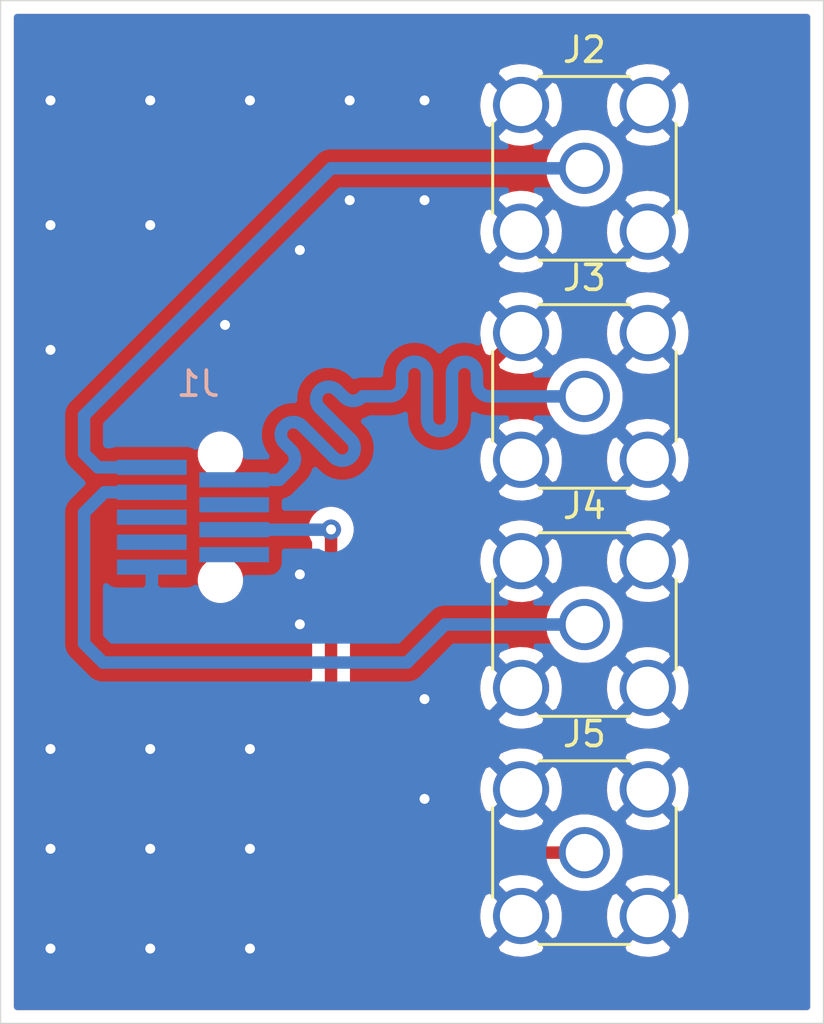
<source format=kicad_pcb>
(kicad_pcb (version 20171130) (host pcbnew "(5.1.6)-1")

  (general
    (thickness 1.6)
    (drawings 4)
    (tracks 215)
    (zones 0)
    (modules 5)
    (nets 6)
  )

  (page A4)
  (layers
    (0 F.Cu signal)
    (31 B.Cu signal)
    (32 B.Adhes user)
    (33 F.Adhes user)
    (34 B.Paste user)
    (35 F.Paste user)
    (36 B.SilkS user)
    (37 F.SilkS user)
    (38 B.Mask user)
    (39 F.Mask user)
    (40 Dwgs.User user)
    (41 Cmts.User user)
    (42 Eco1.User user)
    (43 Eco2.User user)
    (44 Edge.Cuts user)
    (45 Margin user)
    (46 B.CrtYd user)
    (47 F.CrtYd user)
    (48 B.Fab user)
    (49 F.Fab user)
  )

  (setup
    (last_trace_width 1)
    (user_trace_width 0.5)
    (user_trace_width 1)
    (user_trace_width 2.82)
    (trace_clearance 0.2)
    (zone_clearance 0.508)
    (zone_45_only no)
    (trace_min 0.2)
    (via_size 0.8)
    (via_drill 0.4)
    (via_min_size 0.4)
    (via_min_drill 0.3)
    (uvia_size 0.3)
    (uvia_drill 0.1)
    (uvias_allowed no)
    (uvia_min_size 0.2)
    (uvia_min_drill 0.1)
    (edge_width 0.05)
    (segment_width 0.2)
    (pcb_text_width 0.3)
    (pcb_text_size 1.5 1.5)
    (mod_edge_width 0.12)
    (mod_text_size 1 1)
    (mod_text_width 0.15)
    (pad_size 1.524 1.524)
    (pad_drill 0.762)
    (pad_to_mask_clearance 0.05)
    (aux_axis_origin 0 0)
    (visible_elements FFFFFF7F)
    (pcbplotparams
      (layerselection 0x010fc_ffffffff)
      (usegerberextensions false)
      (usegerberattributes true)
      (usegerberadvancedattributes true)
      (creategerberjobfile true)
      (excludeedgelayer true)
      (linewidth 0.100000)
      (plotframeref false)
      (viasonmask false)
      (mode 1)
      (useauxorigin false)
      (hpglpennumber 1)
      (hpglpenspeed 20)
      (hpglpendiameter 15.000000)
      (psnegative false)
      (psa4output false)
      (plotreference true)
      (plotvalue true)
      (plotinvisibletext false)
      (padsonsilk false)
      (subtractmaskfromsilk false)
      (outputformat 1)
      (mirror false)
      (drillshape 1)
      (scaleselection 1)
      (outputdirectory ""))
  )

  (net 0 "")
  (net 1 GND)
  (net 2 /RX-)
  (net 3 /RX+)
  (net 4 /TX-)
  (net 5 /TX+)

  (net_class Default "This is the default net class."
    (clearance 0.2)
    (trace_width 0.25)
    (via_dia 0.8)
    (via_drill 0.4)
    (uvia_dia 0.3)
    (uvia_drill 0.1)
    (add_net /RX+)
    (add_net /RX-)
    (add_net /TX+)
    (add_net /TX-)
    (add_net GND)
    (add_net "Net-(J1-Pad4)")
    (add_net "Net-(J1-Pad5)")
    (add_net "Net-(J1-Pad7)")
    (add_net "Net-(J1-Pad8)")
  )

  (module myfootprintlib:mezzanine_9p_10162582-1134109LF_Conan_1mm (layer B.Cu) (tedit 61B86323) (tstamp 61B8CB06)
    (at 114.0638 90.7094 270)
    (path /61B8474F)
    (fp_text reference J1 (at -19.3514 9.1458 180) (layer B.SilkS)
      (effects (font (size 1 1) (thickness 0.15)) (justify mirror))
    )
    (fp_text value Conn_01x09_Male (at -14.2714 1.2718 90) (layer B.Fab)
      (effects (font (size 1 1) (thickness 0.15)) (justify mirror))
    )
    (pad "" np_thru_hole circle (at -11.4713 8.24918 270) (size 0.8 0.8) (drill 0.8) (layers *.Cu *.Mask))
    (pad "" np_thru_hole circle (at -16.5287 8.24918 270) (size 0.8 0.8) (drill 0.8) (layers *.Cu *.Mask))
    (pad 11 smd rect (at -10.2775 9.349 270) (size 1.397 6.096) (layers B.Paste))
    (pad 10 smd rect (at -17.7225 9.349 270) (size 1.397 6.096) (layers B.Paste))
    (pad 9 smd rect (at -12 11 270) (size 0.6096 2.794) (layers B.Cu B.Paste B.Mask)
      (net 1 GND))
    (pad 8 smd rect (at -12.5 7.698 270) (size 0.6096 2.794) (layers B.Cu B.Paste B.Mask))
    (pad 7 smd rect (at -13 11 270) (size 0.6096 2.794) (layers B.Cu B.Paste B.Mask))
    (pad 6 smd rect (at -13.5 7.698 270) (size 0.6096 2.794) (layers B.Cu B.Paste B.Mask)
      (net 2 /RX-))
    (pad 5 smd rect (at -14 11 270) (size 0.6096 2.794) (layers B.Cu B.Paste B.Mask))
    (pad 4 smd rect (at -14.5 7.698 270) (size 0.6096 2.794) (layers B.Cu B.Paste B.Mask))
    (pad 3 smd rect (at -15 11 270) (size 0.6096 2.794) (layers B.Cu B.Paste B.Mask)
      (net 3 /RX+))
    (pad 2 smd rect (at -15.5 7.698 270) (size 0.6096 2.794) (layers B.Cu B.Paste B.Mask)
      (net 4 /TX-))
    (pad 1 smd rect (at -16 11 270) (size 0.6096 2.794) (layers B.Cu B.Paste B.Mask)
      (net 5 /TX+))
  )

  (module Connector_Coaxial:SMA_Amphenol_132134_Vertical (layer F.Cu) (tedit 5B2F4DB6) (tstamp 61B8D580)
    (at 120.412 62.722)
    (descr https://www.amphenolrf.com/downloads/dl/file/id/2187/product/2843/132134_customer_drawing.pdf)
    (tags "SMA THT Female Jack Vertical ExtendedLegs")
    (path /61B859E7)
    (fp_text reference J2 (at 0 -4.75) (layer F.SilkS)
      (effects (font (size 1 1) (thickness 0.15)))
    )
    (fp_text value TX+ (at 5.842 0) (layer F.Fab)
      (effects (font (size 1 1) (thickness 0.15)))
    )
    (fp_line (start -1.8 -3.68) (end 1.8 -3.68) (layer F.SilkS) (width 0.12))
    (fp_line (start -1.8 3.68) (end 1.8 3.68) (layer F.SilkS) (width 0.12))
    (fp_line (start 3.68 -1.8) (end 3.68 1.8) (layer F.SilkS) (width 0.12))
    (fp_line (start -3.68 -1.8) (end -3.68 1.8) (layer F.SilkS) (width 0.12))
    (fp_line (start 3.5 -3.5) (end 3.5 3.5) (layer F.Fab) (width 0.1))
    (fp_line (start -3.5 3.5) (end 3.5 3.5) (layer F.Fab) (width 0.1))
    (fp_line (start -3.5 -3.5) (end -3.5 3.5) (layer F.Fab) (width 0.1))
    (fp_line (start -3.5 -3.5) (end 3.5 -3.5) (layer F.Fab) (width 0.1))
    (fp_line (start -4.17 -4.17) (end 4.17 -4.17) (layer F.CrtYd) (width 0.05))
    (fp_line (start -4.17 -4.17) (end -4.17 4.17) (layer F.CrtYd) (width 0.05))
    (fp_line (start 4.17 4.17) (end 4.17 -4.17) (layer F.CrtYd) (width 0.05))
    (fp_line (start 4.17 4.17) (end -4.17 4.17) (layer F.CrtYd) (width 0.05))
    (fp_circle (center 0 0) (end 3.175 0) (layer F.Fab) (width 0.1))
    (fp_text user %R (at 0 0) (layer F.Fab)
      (effects (font (size 1 1) (thickness 0.15)))
    )
    (pad 1 thru_hole circle (at 0 0) (size 2.05 2.05) (drill 1.5) (layers *.Cu *.Mask)
      (net 5 /TX+))
    (pad 2 thru_hole circle (at 2.54 2.54) (size 2.25 2.25) (drill 1.7) (layers *.Cu *.Mask)
      (net 1 GND))
    (pad 2 thru_hole circle (at 2.54 -2.54) (size 2.25 2.25) (drill 1.7) (layers *.Cu *.Mask)
      (net 1 GND))
    (pad 2 thru_hole circle (at -2.54 -2.54) (size 2.25 2.25) (drill 1.7) (layers *.Cu *.Mask)
      (net 1 GND))
    (pad 2 thru_hole circle (at -2.54 2.54) (size 2.25 2.25) (drill 1.7) (layers *.Cu *.Mask)
      (net 1 GND))
    (model ${KISYS3DMOD}/Connector_Coaxial.3dshapes/SMA_Amphenol_132134_Vertical.wrl
      (at (xyz 0 0 0))
      (scale (xyz 1 1 1))
      (rotate (xyz 0 0 0))
    )
  )

  (module Connector_Coaxial:SMA_Amphenol_132134_Vertical (layer F.Cu) (tedit 5B2F4DB6) (tstamp 61B8D4FC)
    (at 120.412 71.866)
    (descr https://www.amphenolrf.com/downloads/dl/file/id/2187/product/2843/132134_customer_drawing.pdf)
    (tags "SMA THT Female Jack Vertical ExtendedLegs")
    (path /61B8696C)
    (fp_text reference J3 (at 0 -4.75) (layer F.SilkS)
      (effects (font (size 1 1) (thickness 0.15)))
    )
    (fp_text value TX- (at 5.842 0) (layer F.Fab)
      (effects (font (size 1 1) (thickness 0.15)))
    )
    (fp_text user %R (at 0 0) (layer F.Fab)
      (effects (font (size 1 1) (thickness 0.15)))
    )
    (fp_circle (center 0 0) (end 3.175 0) (layer F.Fab) (width 0.1))
    (fp_line (start 4.17 4.17) (end -4.17 4.17) (layer F.CrtYd) (width 0.05))
    (fp_line (start 4.17 4.17) (end 4.17 -4.17) (layer F.CrtYd) (width 0.05))
    (fp_line (start -4.17 -4.17) (end -4.17 4.17) (layer F.CrtYd) (width 0.05))
    (fp_line (start -4.17 -4.17) (end 4.17 -4.17) (layer F.CrtYd) (width 0.05))
    (fp_line (start -3.5 -3.5) (end 3.5 -3.5) (layer F.Fab) (width 0.1))
    (fp_line (start -3.5 -3.5) (end -3.5 3.5) (layer F.Fab) (width 0.1))
    (fp_line (start -3.5 3.5) (end 3.5 3.5) (layer F.Fab) (width 0.1))
    (fp_line (start 3.5 -3.5) (end 3.5 3.5) (layer F.Fab) (width 0.1))
    (fp_line (start -3.68 -1.8) (end -3.68 1.8) (layer F.SilkS) (width 0.12))
    (fp_line (start 3.68 -1.8) (end 3.68 1.8) (layer F.SilkS) (width 0.12))
    (fp_line (start -1.8 3.68) (end 1.8 3.68) (layer F.SilkS) (width 0.12))
    (fp_line (start -1.8 -3.68) (end 1.8 -3.68) (layer F.SilkS) (width 0.12))
    (pad 2 thru_hole circle (at -2.54 2.54) (size 2.25 2.25) (drill 1.7) (layers *.Cu *.Mask)
      (net 1 GND))
    (pad 2 thru_hole circle (at -2.54 -2.54) (size 2.25 2.25) (drill 1.7) (layers *.Cu *.Mask)
      (net 1 GND))
    (pad 2 thru_hole circle (at 2.54 -2.54) (size 2.25 2.25) (drill 1.7) (layers *.Cu *.Mask)
      (net 1 GND))
    (pad 2 thru_hole circle (at 2.54 2.54) (size 2.25 2.25) (drill 1.7) (layers *.Cu *.Mask)
      (net 1 GND))
    (pad 1 thru_hole circle (at 0 0) (size 2.05 2.05) (drill 1.5) (layers *.Cu *.Mask)
      (net 4 /TX-))
    (model ${KISYS3DMOD}/Connector_Coaxial.3dshapes/SMA_Amphenol_132134_Vertical.wrl
      (at (xyz 0 0 0))
      (scale (xyz 1 1 1))
      (rotate (xyz 0 0 0))
    )
  )

  (module Connector_Coaxial:SMA_Amphenol_132134_Vertical (layer F.Cu) (tedit 5B2F4DB6) (tstamp 61B8D53E)
    (at 120.412 81.01)
    (descr https://www.amphenolrf.com/downloads/dl/file/id/2187/product/2843/132134_customer_drawing.pdf)
    (tags "SMA THT Female Jack Vertical ExtendedLegs")
    (path /61B86FBB)
    (fp_text reference J4 (at 0 -4.75) (layer F.SilkS)
      (effects (font (size 1 1) (thickness 0.15)))
    )
    (fp_text value RX+ (at 5.842 0) (layer F.Fab)
      (effects (font (size 1 1) (thickness 0.15)))
    )
    (fp_line (start -1.8 -3.68) (end 1.8 -3.68) (layer F.SilkS) (width 0.12))
    (fp_line (start -1.8 3.68) (end 1.8 3.68) (layer F.SilkS) (width 0.12))
    (fp_line (start 3.68 -1.8) (end 3.68 1.8) (layer F.SilkS) (width 0.12))
    (fp_line (start -3.68 -1.8) (end -3.68 1.8) (layer F.SilkS) (width 0.12))
    (fp_line (start 3.5 -3.5) (end 3.5 3.5) (layer F.Fab) (width 0.1))
    (fp_line (start -3.5 3.5) (end 3.5 3.5) (layer F.Fab) (width 0.1))
    (fp_line (start -3.5 -3.5) (end -3.5 3.5) (layer F.Fab) (width 0.1))
    (fp_line (start -3.5 -3.5) (end 3.5 -3.5) (layer F.Fab) (width 0.1))
    (fp_line (start -4.17 -4.17) (end 4.17 -4.17) (layer F.CrtYd) (width 0.05))
    (fp_line (start -4.17 -4.17) (end -4.17 4.17) (layer F.CrtYd) (width 0.05))
    (fp_line (start 4.17 4.17) (end 4.17 -4.17) (layer F.CrtYd) (width 0.05))
    (fp_line (start 4.17 4.17) (end -4.17 4.17) (layer F.CrtYd) (width 0.05))
    (fp_circle (center 0 0) (end 3.175 0) (layer F.Fab) (width 0.1))
    (fp_text user %R (at 0 0) (layer F.Fab)
      (effects (font (size 1 1) (thickness 0.15)))
    )
    (pad 1 thru_hole circle (at 0 0) (size 2.05 2.05) (drill 1.5) (layers *.Cu *.Mask)
      (net 3 /RX+))
    (pad 2 thru_hole circle (at 2.54 2.54) (size 2.25 2.25) (drill 1.7) (layers *.Cu *.Mask)
      (net 1 GND))
    (pad 2 thru_hole circle (at 2.54 -2.54) (size 2.25 2.25) (drill 1.7) (layers *.Cu *.Mask)
      (net 1 GND))
    (pad 2 thru_hole circle (at -2.54 -2.54) (size 2.25 2.25) (drill 1.7) (layers *.Cu *.Mask)
      (net 1 GND))
    (pad 2 thru_hole circle (at -2.54 2.54) (size 2.25 2.25) (drill 1.7) (layers *.Cu *.Mask)
      (net 1 GND))
    (model ${KISYS3DMOD}/Connector_Coaxial.3dshapes/SMA_Amphenol_132134_Vertical.wrl
      (at (xyz 0 0 0))
      (scale (xyz 1 1 1))
      (rotate (xyz 0 0 0))
    )
  )

  (module Connector_Coaxial:SMA_Amphenol_132134_Vertical (layer F.Cu) (tedit 5B2F4DB6) (tstamp 61B8D5C2)
    (at 120.412 90.154)
    (descr https://www.amphenolrf.com/downloads/dl/file/id/2187/product/2843/132134_customer_drawing.pdf)
    (tags "SMA THT Female Jack Vertical ExtendedLegs")
    (path /61B87343)
    (fp_text reference J5 (at 0 -4.75) (layer F.SilkS)
      (effects (font (size 1 1) (thickness 0.15)))
    )
    (fp_text value RX- (at 5.842 0) (layer F.Fab)
      (effects (font (size 1 1) (thickness 0.15)))
    )
    (fp_text user %R (at 0 0) (layer F.Fab)
      (effects (font (size 1 1) (thickness 0.15)))
    )
    (fp_circle (center 0 0) (end 3.175 0) (layer F.Fab) (width 0.1))
    (fp_line (start 4.17 4.17) (end -4.17 4.17) (layer F.CrtYd) (width 0.05))
    (fp_line (start 4.17 4.17) (end 4.17 -4.17) (layer F.CrtYd) (width 0.05))
    (fp_line (start -4.17 -4.17) (end -4.17 4.17) (layer F.CrtYd) (width 0.05))
    (fp_line (start -4.17 -4.17) (end 4.17 -4.17) (layer F.CrtYd) (width 0.05))
    (fp_line (start -3.5 -3.5) (end 3.5 -3.5) (layer F.Fab) (width 0.1))
    (fp_line (start -3.5 -3.5) (end -3.5 3.5) (layer F.Fab) (width 0.1))
    (fp_line (start -3.5 3.5) (end 3.5 3.5) (layer F.Fab) (width 0.1))
    (fp_line (start 3.5 -3.5) (end 3.5 3.5) (layer F.Fab) (width 0.1))
    (fp_line (start -3.68 -1.8) (end -3.68 1.8) (layer F.SilkS) (width 0.12))
    (fp_line (start 3.68 -1.8) (end 3.68 1.8) (layer F.SilkS) (width 0.12))
    (fp_line (start -1.8 3.68) (end 1.8 3.68) (layer F.SilkS) (width 0.12))
    (fp_line (start -1.8 -3.68) (end 1.8 -3.68) (layer F.SilkS) (width 0.12))
    (pad 2 thru_hole circle (at -2.54 2.54) (size 2.25 2.25) (drill 1.7) (layers *.Cu *.Mask)
      (net 1 GND))
    (pad 2 thru_hole circle (at -2.54 -2.54) (size 2.25 2.25) (drill 1.7) (layers *.Cu *.Mask)
      (net 1 GND))
    (pad 2 thru_hole circle (at 2.54 -2.54) (size 2.25 2.25) (drill 1.7) (layers *.Cu *.Mask)
      (net 1 GND))
    (pad 2 thru_hole circle (at 2.54 2.54) (size 2.25 2.25) (drill 1.7) (layers *.Cu *.Mask)
      (net 1 GND))
    (pad 1 thru_hole circle (at 0 0) (size 2.05 2.05) (drill 1.5) (layers *.Cu *.Mask)
      (net 2 /RX-))
    (model ${KISYS3DMOD}/Connector_Coaxial.3dshapes/SMA_Amphenol_132134_Vertical.wrl
      (at (xyz 0 0 0))
      (scale (xyz 1 1 1))
      (rotate (xyz 0 0 0))
    )
  )

  (gr_line (start 97 56) (end 130 56) (layer Edge.Cuts) (width 0.05) (tstamp 61B8D6A4))
  (gr_line (start 97 97) (end 97 56) (layer Edge.Cuts) (width 0.05))
  (gr_line (start 130 97) (end 97 97) (layer Edge.Cuts) (width 0.05))
  (gr_line (start 130 56) (end 130 97) (layer Edge.Cuts) (width 0.05))

  (via (at 109 81) (size 0.8) (drill 0.4) (layers F.Cu B.Cu) (net 1) (tstamp 61B8DCE3))
  (via (at 109 79) (size 0.8) (drill 0.4) (layers F.Cu B.Cu) (net 1) (tstamp 61B8DCE3))
  (via (at 103 86) (size 0.8) (drill 0.4) (layers F.Cu B.Cu) (net 1))
  (via (at 99 86) (size 0.8) (drill 0.4) (layers F.Cu B.Cu) (net 1) (tstamp 61B8DCF0))
  (via (at 107 86) (size 0.8) (drill 0.4) (layers F.Cu B.Cu) (net 1) (tstamp 61B8DCF6))
  (via (at 99 90) (size 0.8) (drill 0.4) (layers F.Cu B.Cu) (net 1) (tstamp 61B8DCFC))
  (via (at 99 94) (size 0.8) (drill 0.4) (layers F.Cu B.Cu) (net 1) (tstamp 61B8DCFE))
  (via (at 103 94) (size 0.8) (drill 0.4) (layers F.Cu B.Cu) (net 1) (tstamp 61B8DD00))
  (via (at 103 90) (size 0.8) (drill 0.4) (layers F.Cu B.Cu) (net 1) (tstamp 61B8DD02))
  (via (at 107 90) (size 0.8) (drill 0.4) (layers F.Cu B.Cu) (net 1) (tstamp 61B8DD04))
  (via (at 107 94) (size 0.8) (drill 0.4) (layers F.Cu B.Cu) (net 1) (tstamp 61B8DD06))
  (via (at 114 84) (size 0.8) (drill 0.4) (layers F.Cu B.Cu) (net 1) (tstamp 61B8DD08))
  (via (at 114 88) (size 0.8) (drill 0.4) (layers F.Cu B.Cu) (net 1) (tstamp 61B8DD0A))
  (via (at 114 64) (size 0.8) (drill 0.4) (layers F.Cu B.Cu) (net 1) (tstamp 61B8DD0C))
  (via (at 111 64) (size 0.8) (drill 0.4) (layers F.Cu B.Cu) (net 1) (tstamp 61B8DD0E))
  (via (at 109 66) (size 0.8) (drill 0.4) (layers F.Cu B.Cu) (net 1) (tstamp 61B8DD10))
  (via (at 106 69) (size 0.8) (drill 0.4) (layers F.Cu B.Cu) (net 1) (tstamp 61B8DD12))
  (via (at 114 60) (size 0.8) (drill 0.4) (layers F.Cu B.Cu) (net 1) (tstamp 61B8DD14))
  (via (at 111 60) (size 0.8) (drill 0.4) (layers F.Cu B.Cu) (net 1) (tstamp 61B8DD16))
  (via (at 107 60) (size 0.8) (drill 0.4) (layers F.Cu B.Cu) (net 1) (tstamp 61B8DD18))
  (via (at 103 60) (size 0.8) (drill 0.4) (layers F.Cu B.Cu) (net 1) (tstamp 61B8DD1A))
  (via (at 99 60) (size 0.8) (drill 0.4) (layers F.Cu B.Cu) (net 1) (tstamp 61B8DD1C))
  (via (at 99 65) (size 0.8) (drill 0.4) (layers F.Cu B.Cu) (net 1) (tstamp 61B8DD1E))
  (via (at 103 65) (size 0.8) (drill 0.4) (layers F.Cu B.Cu) (net 1) (tstamp 61B8DD20))
  (via (at 99 70) (size 0.8) (drill 0.4) (layers F.Cu B.Cu) (net 1) (tstamp 61B8DD22))
  (segment (start 103.0638 74.7094) (end 100.9034 74.7094) (width 0.5) (layer B.Cu) (net 5))
  (segment (start 100.9034 74.7094) (end 100.346 74.152) (width 0.5) (layer B.Cu) (net 5))
  (segment (start 100.346 74.152) (end 100.346 72.628) (width 0.5) (layer B.Cu) (net 5))
  (segment (start 100.346 72.628) (end 110.252 62.722) (width 0.5) (layer B.Cu) (net 5))
  (segment (start 110.252 62.722) (end 120.412 62.722) (width 0.5) (layer B.Cu) (net 5))
  (segment (start 107.974054 75.2094) (end 106.3658 75.2094) (width 0.5) (layer B.Cu) (net 4))
  (segment (start 108.1786 75.2094) (end 107.974054 75.2094) (width 0.5) (layer B.Cu) (net 4))
  (segment (start 108.658219 74.729779) (end 108.1786 75.2094) (width 0.5) (layer B.Cu) (net 4))
  (segment (start 108.728028 74.642241) (end 108.658219 74.729779) (width 0.5) (layer B.Cu) (net 4))
  (segment (start 108.776607 74.541365) (end 108.728028 74.642241) (width 0.5) (layer B.Cu) (net 4))
  (segment (start 108.801522 74.432208) (end 108.776607 74.541365) (width 0.5) (layer B.Cu) (net 4))
  (segment (start 108.801522 74.320243) (end 108.801522 74.432208) (width 0.5) (layer B.Cu) (net 4))
  (segment (start 108.776607 74.211086) (end 108.801522 74.320243) (width 0.5) (layer B.Cu) (net 4))
  (segment (start 108.728028 74.110209) (end 108.776607 74.211086) (width 0.5) (layer B.Cu) (net 4))
  (segment (start 108.658219 74.022672) (end 108.728028 74.110209) (width 0.5) (layer B.Cu) (net 4))
  (segment (start 108.382981 73.747434) (end 108.658219 74.022672) (width 0.5) (layer B.Cu) (net 4))
  (segment (start 108.313172 73.659897) (end 108.382981 73.747434) (width 0.5) (layer B.Cu) (net 4))
  (segment (start 108.264592 73.55902) (end 108.313172 73.659897) (width 0.5) (layer B.Cu) (net 4))
  (segment (start 108.239678 73.449863) (end 108.264592 73.55902) (width 0.5) (layer B.Cu) (net 4))
  (segment (start 108.239678 73.337899) (end 108.239678 73.449863) (width 0.5) (layer B.Cu) (net 4))
  (segment (start 108.264592 73.228741) (end 108.239678 73.337899) (width 0.5) (layer B.Cu) (net 4))
  (segment (start 108.313172 73.127865) (end 108.264592 73.228741) (width 0.5) (layer B.Cu) (net 4))
  (segment (start 108.382981 73.040328) (end 108.313172 73.127865) (width 0.5) (layer B.Cu) (net 4))
  (segment (start 108.470518 72.970519) (end 108.382981 73.040328) (width 0.5) (layer B.Cu) (net 4))
  (segment (start 108.571395 72.921939) (end 108.470518 72.970519) (width 0.5) (layer B.Cu) (net 4))
  (segment (start 108.680552 72.897025) (end 108.571395 72.921939) (width 0.5) (layer B.Cu) (net 4))
  (segment (start 108.792516 72.897025) (end 108.680552 72.897025) (width 0.5) (layer B.Cu) (net 4))
  (segment (start 108.901674 72.921939) (end 108.792516 72.897025) (width 0.5) (layer B.Cu) (net 4))
  (segment (start 109.00255 72.970519) (end 108.901674 72.921939) (width 0.5) (layer B.Cu) (net 4))
  (segment (start 109.090088 73.040328) (end 109.00255 72.970519) (width 0.5) (layer B.Cu) (net 4))
  (segment (start 110.347672 74.297913) (end 109.090088 73.040328) (width 0.5) (layer B.Cu) (net 4))
  (segment (start 110.435209 74.367722) (end 110.347672 74.297913) (width 0.5) (layer B.Cu) (net 4))
  (segment (start 110.536085 74.416303) (end 110.435209 74.367722) (width 0.5) (layer B.Cu) (net 4))
  (segment (start 110.645243 74.441216) (end 110.536085 74.416303) (width 0.5) (layer B.Cu) (net 4))
  (segment (start 113.913744 70.585838) (end 113.818941 70.526269) (width 0.5) (layer B.Cu) (net 4))
  (segment (start 114.102 72.755246) (end 114.102 70.976754) (width 0.5) (layer B.Cu) (net 4))
  (segment (start 114.089463 70.865493) (end 114.052484 70.759812) (width 0.5) (layer B.Cu) (net 4))
  (segment (start 110.967952 72.019743) (end 110.867075 71.971163) (width 0.5) (layer B.Cu) (net 4))
  (segment (start 114.102 70.976754) (end 114.089463 70.865493) (width 0.5) (layer B.Cu) (net 4))
  (segment (start 109.88473 71.556307) (end 109.797192 71.626116) (width 0.5) (layer B.Cu) (net 4))
  (segment (start 114.114536 72.866507) (end 114.102 72.755246) (width 0.5) (layer B.Cu) (net 4))
  (segment (start 110.757207 74.441216) (end 110.645243 74.441216) (width 0.5) (layer B.Cu) (net 4))
  (segment (start 114.151515 72.972188) (end 114.114536 72.866507) (width 0.5) (layer B.Cu) (net 4))
  (segment (start 113.151515 70.759812) (end 113.114536 70.865493) (width 0.5) (layer B.Cu) (net 4))
  (segment (start 113.818941 70.526269) (end 113.71326 70.48929) (width 0.5) (layer B.Cu) (net 4))
  (segment (start 114.490739 73.24271) (end 114.385058 73.205731) (width 0.5) (layer B.Cu) (net 4))
  (segment (start 114.385058 73.205731) (end 114.290255 73.146162) (width 0.5) (layer B.Cu) (net 4))
  (segment (start 113.71326 70.48929) (end 113.602 70.476754) (width 0.5) (layer B.Cu) (net 4))
  (segment (start 114.602 73.255246) (end 114.490739 73.24271) (width 0.5) (layer B.Cu) (net 4))
  (segment (start 114.052484 70.759812) (end 113.992915 70.665009) (width 0.5) (layer B.Cu) (net 4))
  (segment (start 114.71326 73.24271) (end 114.602 73.255246) (width 0.5) (layer B.Cu) (net 4))
  (segment (start 114.913744 73.146162) (end 114.818941 73.205731) (width 0.5) (layer B.Cu) (net 4))
  (segment (start 114.818941 73.205731) (end 114.71326 73.24271) (width 0.5) (layer B.Cu) (net 4))
  (segment (start 114.992915 73.066991) (end 114.913744 73.146162) (width 0.5) (layer B.Cu) (net 4))
  (segment (start 115.102 70.976754) (end 115.102 72.755246) (width 0.5) (layer B.Cu) (net 4))
  (segment (start 115.102 72.755246) (end 115.089463 72.866507) (width 0.5) (layer B.Cu) (net 4))
  (segment (start 116.089463 70.865493) (end 116.052484 70.759812) (width 0.5) (layer B.Cu) (net 4))
  (segment (start 111.124587 73.678344) (end 111.173167 73.77922) (width 0.5) (layer B.Cu) (net 4))
  (segment (start 115.602 70.476754) (end 115.490739 70.48929) (width 0.5) (layer B.Cu) (net 4))
  (segment (start 116.102 70.976754) (end 116.089463 70.865493) (width 0.5) (layer B.Cu) (net 4))
  (segment (start 114.211084 73.066991) (end 114.151515 72.972188) (width 0.5) (layer B.Cu) (net 4))
  (segment (start 113.385058 70.526269) (end 113.290255 70.585838) (width 0.5) (layer B.Cu) (net 4))
  (segment (start 116.102 71.366) (end 116.102 70.976754) (width 0.5) (layer B.Cu) (net 4))
  (segment (start 115.089463 72.866507) (end 115.052484 72.972188) (width 0.5) (layer B.Cu) (net 4))
  (segment (start 120.412 71.866) (end 116.602 71.866) (width 0.5) (layer B.Cu) (net 4))
  (segment (start 111.399107 71.971163) (end 111.298231 72.019743) (width 0.5) (layer B.Cu) (net 4))
  (segment (start 116.211084 71.677744) (end 116.151515 71.582941) (width 0.5) (layer B.Cu) (net 4))
  (segment (start 115.818941 70.526269) (end 115.71326 70.48929) (width 0.5) (layer B.Cu) (net 4))
  (segment (start 112.602 71.866) (end 111.522 71.866) (width 0.5) (layer B.Cu) (net 4))
  (segment (start 115.052484 72.972188) (end 114.992915 73.066991) (width 0.5) (layer B.Cu) (net 4))
  (segment (start 116.602 71.866) (end 116.490739 71.853463) (width 0.5) (layer B.Cu) (net 4))
  (segment (start 109.678803 72.144808) (end 109.727383 72.245685) (width 0.5) (layer B.Cu) (net 4))
  (segment (start 116.490739 71.853463) (end 116.385058 71.816484) (width 0.5) (layer B.Cu) (net 4))
  (segment (start 116.385058 71.816484) (end 116.290255 71.756915) (width 0.5) (layer B.Cu) (net 4))
  (segment (start 112.913744 71.756915) (end 112.818941 71.816484) (width 0.5) (layer B.Cu) (net 4))
  (segment (start 116.151515 71.582941) (end 116.114536 71.47726) (width 0.5) (layer B.Cu) (net 4))
  (segment (start 116.290255 71.756915) (end 116.211084 71.677744) (width 0.5) (layer B.Cu) (net 4))
  (segment (start 116.114536 71.47726) (end 116.102 71.366) (width 0.5) (layer B.Cu) (net 4))
  (segment (start 115.385058 70.526269) (end 115.290255 70.585838) (width 0.5) (layer B.Cu) (net 4))
  (segment (start 113.114536 70.865493) (end 113.102 70.976754) (width 0.5) (layer B.Cu) (net 4))
  (segment (start 116.052484 70.759812) (end 115.992915 70.665009) (width 0.5) (layer B.Cu) (net 4))
  (segment (start 113.102 71.366) (end 113.089463 71.47726) (width 0.5) (layer B.Cu) (net 4))
  (segment (start 115.992915 70.665009) (end 115.913744 70.585838) (width 0.5) (layer B.Cu) (net 4))
  (segment (start 111.124587 74.210376) (end 111.054778 74.297913) (width 0.5) (layer B.Cu) (net 4))
  (segment (start 115.71326 70.48929) (end 115.602 70.476754) (width 0.5) (layer B.Cu) (net 4))
  (segment (start 115.913744 70.585838) (end 115.818941 70.526269) (width 0.5) (layer B.Cu) (net 4))
  (segment (start 115.490739 70.48929) (end 115.385058 70.526269) (width 0.5) (layer B.Cu) (net 4))
  (segment (start 110.967241 74.367722) (end 110.866365 74.416302) (width 0.5) (layer B.Cu) (net 4))
  (segment (start 115.290255 70.585838) (end 115.211084 70.665009) (width 0.5) (layer B.Cu) (net 4))
  (segment (start 111.198081 73.888378) (end 111.198081 74.000342) (width 0.5) (layer B.Cu) (net 4))
  (segment (start 113.992915 70.665009) (end 113.913744 70.585838) (width 0.5) (layer B.Cu) (net 4))
  (segment (start 115.211084 70.665009) (end 115.151515 70.759812) (width 0.5) (layer B.Cu) (net 4))
  (segment (start 113.602 70.476754) (end 113.490739 70.48929) (width 0.5) (layer B.Cu) (net 4))
  (segment (start 115.151515 70.759812) (end 115.114536 70.865493) (width 0.5) (layer B.Cu) (net 4))
  (segment (start 114.290255 73.146162) (end 114.211084 73.066991) (width 0.5) (layer B.Cu) (net 4))
  (segment (start 110.867075 71.971163) (end 110.779538 71.901355) (width 0.5) (layer B.Cu) (net 4))
  (segment (start 115.114536 70.865493) (end 115.102 70.976754) (width 0.5) (layer B.Cu) (net 4))
  (segment (start 113.490739 70.48929) (end 113.385058 70.526269) (width 0.5) (layer B.Cu) (net 4))
  (segment (start 113.290255 70.585838) (end 113.211084 70.665009) (width 0.5) (layer B.Cu) (net 4))
  (segment (start 113.211084 70.665009) (end 113.151515 70.759812) (width 0.5) (layer B.Cu) (net 4))
  (segment (start 113.102 70.976754) (end 113.102 71.366) (width 0.5) (layer B.Cu) (net 4))
  (segment (start 113.089463 71.47726) (end 113.052484 71.582941) (width 0.5) (layer B.Cu) (net 4))
  (segment (start 113.052484 71.582941) (end 112.992915 71.677744) (width 0.5) (layer B.Cu) (net 4))
  (segment (start 112.992915 71.677744) (end 112.913744 71.756915) (width 0.5) (layer B.Cu) (net 4))
  (segment (start 112.818941 71.816484) (end 112.71326 71.853463) (width 0.5) (layer B.Cu) (net 4))
  (segment (start 112.71326 71.853463) (end 112.602 71.866) (width 0.5) (layer B.Cu) (net 4))
  (segment (start 111.522 71.866) (end 111.486645 71.901355) (width 0.5) (layer B.Cu) (net 4))
  (segment (start 111.486645 71.901355) (end 111.399107 71.971163) (width 0.5) (layer B.Cu) (net 4))
  (segment (start 111.298231 72.019743) (end 111.189073 72.044657) (width 0.5) (layer B.Cu) (net 4))
  (segment (start 111.189073 72.044657) (end 111.077109 72.044657) (width 0.5) (layer B.Cu) (net 4))
  (segment (start 111.077109 72.044657) (end 110.967952 72.019743) (width 0.5) (layer B.Cu) (net 4))
  (segment (start 110.779538 71.901355) (end 110.504299 71.626116) (width 0.5) (layer B.Cu) (net 4))
  (segment (start 110.504299 71.626116) (end 110.416762 71.556307) (width 0.5) (layer B.Cu) (net 4))
  (segment (start 110.416762 71.556307) (end 110.315885 71.507728) (width 0.5) (layer B.Cu) (net 4))
  (segment (start 110.315885 71.507728) (end 110.206728 71.482813) (width 0.5) (layer B.Cu) (net 4))
  (segment (start 110.206728 71.482813) (end 110.094763 71.482813) (width 0.5) (layer B.Cu) (net 4))
  (segment (start 110.094763 71.482813) (end 109.985606 71.507728) (width 0.5) (layer B.Cu) (net 4))
  (segment (start 109.985606 71.507728) (end 109.88473 71.556307) (width 0.5) (layer B.Cu) (net 4))
  (segment (start 109.797192 71.626116) (end 109.727383 71.713653) (width 0.5) (layer B.Cu) (net 4))
  (segment (start 109.727383 71.713653) (end 109.678803 71.814529) (width 0.5) (layer B.Cu) (net 4))
  (segment (start 109.678803 71.814529) (end 109.653889 71.923687) (width 0.5) (layer B.Cu) (net 4))
  (segment (start 109.653889 71.923687) (end 109.653889 72.035651) (width 0.5) (layer B.Cu) (net 4))
  (segment (start 109.653889 72.035651) (end 109.678803 72.144808) (width 0.5) (layer B.Cu) (net 4))
  (segment (start 109.727383 72.245685) (end 109.797192 72.333222) (width 0.5) (layer B.Cu) (net 4))
  (segment (start 109.797192 72.333222) (end 111.054777 73.590807) (width 0.5) (layer B.Cu) (net 4))
  (segment (start 111.054777 73.590807) (end 111.124587 73.678344) (width 0.5) (layer B.Cu) (net 4))
  (segment (start 111.173167 73.77922) (end 111.198081 73.888378) (width 0.5) (layer B.Cu) (net 4))
  (segment (start 111.198081 74.000342) (end 111.173166 74.1095) (width 0.5) (layer B.Cu) (net 4))
  (segment (start 111.173166 74.1095) (end 111.124587 74.210376) (width 0.5) (layer B.Cu) (net 4))
  (segment (start 111.054778 74.297913) (end 110.967241 74.367722) (width 0.5) (layer B.Cu) (net 4))
  (segment (start 110.866365 74.416302) (end 110.757207 74.441216) (width 0.5) (layer B.Cu) (net 4))
  (segment (start 101.1668 75.7094) (end 100.346 76.5302) (width 0.5) (layer B.Cu) (net 3))
  (segment (start 103.0638 75.7094) (end 101.1668 75.7094) (width 0.5) (layer B.Cu) (net 3))
  (segment (start 100.346 76.5302) (end 100.346 81.772) (width 0.5) (layer B.Cu) (net 3))
  (segment (start 100.346 81.772) (end 101.108 82.534) (width 0.5) (layer B.Cu) (net 3))
  (segment (start 101.108 82.534) (end 113.3 82.534) (width 0.5) (layer B.Cu) (net 3))
  (segment (start 114.824 81.01) (end 120.412 81.01) (width 0.5) (layer B.Cu) (net 3))
  (segment (start 113.3 82.534) (end 114.824 81.01) (width 0.5) (layer B.Cu) (net 3))
  (segment (start 106.3658 77.2094) (end 110.2426 77.2094) (width 0.5) (layer B.Cu) (net 2))
  (via (at 110.252 77.2) (size 0.8) (drill 0.4) (layers F.Cu B.Cu) (net 2))
  (segment (start 110.2426 77.2094) (end 110.252 77.2) (width 0.5) (layer B.Cu) (net 2))
  (segment (start 112.538 90.154) (end 120.412 90.154) (width 0.5) (layer F.Cu) (net 2))
  (segment (start 110.252 87.868) (end 112.538 90.154) (width 0.5) (layer F.Cu) (net 2))
  (segment (start 109.404356 85.037463) (end 109.515617 85.05) (width 0.5) (layer F.Cu) (net 2))
  (segment (start 109.203872 84.940915) (end 109.298675 85.000484) (width 0.5) (layer F.Cu) (net 2))
  (segment (start 109.124701 84.861744) (end 109.203872 84.940915) (width 0.5) (layer F.Cu) (net 2))
  (segment (start 109.028153 84.66126) (end 109.065132 84.766941) (width 0.5) (layer F.Cu) (net 2))
  (segment (start 110.301516 86.333058) (end 110.264537 86.438739) (width 0.5) (layer F.Cu) (net 2))
  (segment (start 109.015617 84.55) (end 109.028153 84.66126) (width 0.5) (layer F.Cu) (net 2))
  (segment (start 111.475847 85.66126) (end 111.438868 85.766941) (width 0.5) (layer F.Cu) (net 2))
  (segment (start 109.028153 84.438739) (end 109.015617 84.55) (width 0.5) (layer F.Cu) (net 2))
  (segment (start 109.065132 84.333058) (end 109.028153 84.438739) (width 0.5) (layer F.Cu) (net 2))
  (segment (start 109.124701 84.238255) (end 109.065132 84.333058) (width 0.5) (layer F.Cu) (net 2))
  (segment (start 109.203872 84.159084) (end 109.124701 84.238255) (width 0.5) (layer F.Cu) (net 2))
  (segment (start 109.968941 84.000484) (end 109.86326 84.037463) (width 0.5) (layer F.Cu) (net 2))
  (segment (start 110.202484 83.766941) (end 110.142915 83.861744) (width 0.5) (layer F.Cu) (net 2))
  (segment (start 110.239463 83.66126) (end 110.202484 83.766941) (width 0.5) (layer F.Cu) (net 2))
  (segment (start 111.438868 85.333058) (end 111.475847 85.438739) (width 0.5) (layer F.Cu) (net 2))
  (segment (start 110.252 77.2) (end 110.252 83.55) (width 0.5) (layer F.Cu) (net 2))
  (segment (start 109.298675 84.099515) (end 109.203872 84.159084) (width 0.5) (layer F.Cu) (net 2))
  (segment (start 110.063744 83.940915) (end 109.968941 84.000484) (width 0.5) (layer F.Cu) (net 2))
  (segment (start 110.252 83.55) (end 110.239463 83.66126) (width 0.5) (layer F.Cu) (net 2))
  (segment (start 109.86326 84.037463) (end 109.752 84.05) (width 0.5) (layer F.Cu) (net 2))
  (segment (start 109.298675 85.000484) (end 109.404356 85.037463) (width 0.5) (layer F.Cu) (net 2))
  (segment (start 109.065132 84.766941) (end 109.124701 84.861744) (width 0.5) (layer F.Cu) (net 2))
  (segment (start 110.142915 83.861744) (end 110.063744 83.940915) (width 0.5) (layer F.Cu) (net 2))
  (segment (start 109.404356 84.062536) (end 109.298675 84.099515) (width 0.5) (layer F.Cu) (net 2))
  (segment (start 109.752 84.05) (end 109.515617 84.05) (width 0.5) (layer F.Cu) (net 2))
  (segment (start 109.515617 84.05) (end 109.404356 84.062536) (width 0.5) (layer F.Cu) (net 2))
  (segment (start 109.515617 85.05) (end 110.988383 85.05) (width 0.5) (layer F.Cu) (net 2))
  (segment (start 110.361085 86.238255) (end 110.301516 86.333058) (width 0.5) (layer F.Cu) (net 2))
  (segment (start 110.988383 85.05) (end 111.099644 85.062536) (width 0.5) (layer F.Cu) (net 2))
  (segment (start 111.099644 85.062536) (end 111.205325 85.099515) (width 0.5) (layer F.Cu) (net 2))
  (segment (start 111.205325 85.099515) (end 111.300128 85.159084) (width 0.5) (layer F.Cu) (net 2))
  (segment (start 111.438868 85.766941) (end 111.379299 85.861744) (width 0.5) (layer F.Cu) (net 2))
  (segment (start 111.300128 85.159084) (end 111.379299 85.238255) (width 0.5) (layer F.Cu) (net 2))
  (segment (start 111.379299 85.238255) (end 111.438868 85.333058) (width 0.5) (layer F.Cu) (net 2))
  (segment (start 111.475847 85.438739) (end 111.488383 85.55) (width 0.5) (layer F.Cu) (net 2))
  (segment (start 111.488383 85.55) (end 111.475847 85.66126) (width 0.5) (layer F.Cu) (net 2))
  (segment (start 111.379299 85.861744) (end 111.300128 85.940915) (width 0.5) (layer F.Cu) (net 2))
  (segment (start 111.300128 85.940915) (end 111.205325 86.000484) (width 0.5) (layer F.Cu) (net 2))
  (segment (start 111.205325 86.000484) (end 111.099644 86.037463) (width 0.5) (layer F.Cu) (net 2))
  (segment (start 111.099644 86.037463) (end 110.988383 86.05) (width 0.5) (layer F.Cu) (net 2))
  (segment (start 110.988383 86.05) (end 110.752 86.05) (width 0.5) (layer F.Cu) (net 2))
  (segment (start 110.752 86.05) (end 110.64074 86.062536) (width 0.5) (layer F.Cu) (net 2))
  (segment (start 110.64074 86.062536) (end 110.535059 86.099515) (width 0.5) (layer F.Cu) (net 2))
  (segment (start 110.535059 86.099515) (end 110.440256 86.159084) (width 0.5) (layer F.Cu) (net 2))
  (segment (start 110.440256 86.159084) (end 110.361085 86.238255) (width 0.5) (layer F.Cu) (net 2))
  (segment (start 110.264537 86.438739) (end 110.252 86.55) (width 0.5) (layer F.Cu) (net 2))
  (segment (start 110.252 86.55) (end 110.252 87.868) (width 0.5) (layer F.Cu) (net 2))

  (zone (net 1) (net_name GND) (layer F.Cu) (tstamp 0) (hatch edge 0.508)
    (connect_pads (clearance 0.508))
    (min_thickness 0.254)
    (fill yes (arc_segments 32) (thermal_gap 0.508) (thermal_bridge_width 0.508))
    (polygon
      (pts
        (xy 130 97) (xy 97 97) (xy 97 56) (xy 130 56)
      )
    )
    (filled_polygon
      (pts
        (xy 129.340001 96.34) (xy 97.66 96.34) (xy 97.66 93.918531) (xy 116.827074 93.918531) (xy 116.937921 94.195714)
        (xy 117.24884 94.349089) (xy 117.583705 94.43886) (xy 117.92965 94.461576) (xy 118.27338 94.416366) (xy 118.601685 94.304966)
        (xy 118.806079 94.195714) (xy 118.916926 93.918531) (xy 121.907074 93.918531) (xy 122.017921 94.195714) (xy 122.32884 94.349089)
        (xy 122.663705 94.43886) (xy 123.00965 94.461576) (xy 123.35338 94.416366) (xy 123.681685 94.304966) (xy 123.886079 94.195714)
        (xy 123.996926 93.918531) (xy 122.952 92.873605) (xy 121.907074 93.918531) (xy 118.916926 93.918531) (xy 117.872 92.873605)
        (xy 116.827074 93.918531) (xy 97.66 93.918531) (xy 97.66 92.75165) (xy 116.104424 92.75165) (xy 116.149634 93.09538)
        (xy 116.261034 93.423685) (xy 116.370286 93.628079) (xy 116.647469 93.738926) (xy 117.692395 92.694) (xy 118.051605 92.694)
        (xy 119.096531 93.738926) (xy 119.373714 93.628079) (xy 119.527089 93.31716) (xy 119.61686 92.982295) (xy 119.632004 92.75165)
        (xy 121.184424 92.75165) (xy 121.229634 93.09538) (xy 121.341034 93.423685) (xy 121.450286 93.628079) (xy 121.727469 93.738926)
        (xy 122.772395 92.694) (xy 123.131605 92.694) (xy 124.176531 93.738926) (xy 124.453714 93.628079) (xy 124.607089 93.31716)
        (xy 124.69686 92.982295) (xy 124.719576 92.63635) (xy 124.674366 92.29262) (xy 124.562966 91.964315) (xy 124.453714 91.759921)
        (xy 124.176531 91.649074) (xy 123.131605 92.694) (xy 122.772395 92.694) (xy 121.727469 91.649074) (xy 121.450286 91.759921)
        (xy 121.296911 92.07084) (xy 121.20714 92.405705) (xy 121.184424 92.75165) (xy 119.632004 92.75165) (xy 119.639576 92.63635)
        (xy 119.594366 92.29262) (xy 119.482966 91.964315) (xy 119.373714 91.759921) (xy 119.096531 91.649074) (xy 118.051605 92.694)
        (xy 117.692395 92.694) (xy 116.647469 91.649074) (xy 116.370286 91.759921) (xy 116.216911 92.07084) (xy 116.12714 92.405705)
        (xy 116.104424 92.75165) (xy 97.66 92.75165) (xy 97.66 84.475256) (xy 108.129482 84.475256) (xy 108.13053 84.550001)
        (xy 108.129482 84.624745) (xy 108.139657 84.67993) (xy 108.145243 84.729506) (xy 108.147603 84.78557) (xy 108.165256 84.858203)
        (xy 108.180867 84.931314) (xy 108.203069 84.982856) (xy 108.219544 85.029939) (xy 108.234322 85.08408) (xy 108.267703 85.150979)
        (xy 108.299181 85.21876) (xy 108.332291 85.264065) (xy 108.35884 85.306317) (xy 108.385291 85.355803) (xy 108.432713 85.413587)
        (xy 108.478497 85.472679) (xy 108.52086 85.509481) (xy 108.556133 85.544754) (xy 108.592937 85.587119) (xy 108.652027 85.632901)
        (xy 108.709814 85.680326) (xy 108.759305 85.706779) (xy 108.801548 85.733322) (xy 108.846856 85.766435) (xy 108.914645 85.797917)
        (xy 108.981536 85.831294) (xy 109.035679 85.846073) (xy 109.082766 85.862549) (xy 109.134296 85.884746) (xy 109.207402 85.900358)
        (xy 109.280046 85.918013) (xy 109.336107 85.920373) (xy 109.336128 85.920375) (xy 109.342127 85.922195) (xy 109.422734 85.930134)
        (xy 109.459724 85.934302) (xy 109.465939 85.934389) (xy 109.47214 85.935) (xy 109.50944 85.935) (xy 109.51059 85.935016)
        (xy 109.504087 85.94902) (xy 109.470706 86.015919) (xy 109.455928 86.07006) (xy 109.439449 86.117152) (xy 109.417254 86.168679)
        (xy 109.401643 86.24178) (xy 109.383987 86.314429) (xy 109.381627 86.370492) (xy 109.381625 86.370513) (xy 109.379805 86.376511)
        (xy 109.371865 86.457123) (xy 109.367698 86.494109) (xy 109.367611 86.500323) (xy 109.367 86.506524) (xy 109.367 86.543823)
        (xy 109.365864 86.624737) (xy 109.367 86.630899) (xy 109.367001 87.824522) (xy 109.362719 87.868) (xy 109.379805 88.04149)
        (xy 109.430412 88.208313) (xy 109.51259 88.362059) (xy 109.595468 88.463046) (xy 109.595471 88.463049) (xy 109.623184 88.496817)
        (xy 109.656951 88.524529) (xy 111.88147 90.749049) (xy 111.909183 90.782817) (xy 111.942951 90.81053) (xy 111.942953 90.810532)
        (xy 112.014452 90.86921) (xy 112.043941 90.893411) (xy 112.197687 90.975589) (xy 112.36451 91.026195) (xy 112.494523 91.039)
        (xy 112.494533 91.039) (xy 112.537999 91.043281) (xy 112.581465 91.039) (xy 117.272087 91.039) (xy 117.142315 91.083034)
        (xy 116.937921 91.192286) (xy 116.827074 91.469469) (xy 117.872 92.514395) (xy 118.916926 91.469469) (xy 118.806079 91.192286)
        (xy 118.49534 91.039) (xy 119.006873 91.039) (xy 119.122594 91.212188) (xy 119.353812 91.443406) (xy 119.625695 91.625073)
        (xy 119.927796 91.750207) (xy 120.248504 91.814) (xy 120.575496 91.814) (xy 120.896204 91.750207) (xy 121.198305 91.625073)
        (xy 121.431182 91.469469) (xy 121.907074 91.469469) (xy 122.952 92.514395) (xy 123.996926 91.469469) (xy 123.886079 91.192286)
        (xy 123.57516 91.038911) (xy 123.240295 90.94914) (xy 122.89435 90.926424) (xy 122.55062 90.971634) (xy 122.222315 91.083034)
        (xy 122.017921 91.192286) (xy 121.907074 91.469469) (xy 121.431182 91.469469) (xy 121.470188 91.443406) (xy 121.701406 91.212188)
        (xy 121.883073 90.940305) (xy 122.008207 90.638204) (xy 122.072 90.317496) (xy 122.072 89.990504) (xy 122.008207 89.669796)
        (xy 121.883073 89.367695) (xy 121.701406 89.095812) (xy 121.470188 88.864594) (xy 121.431183 88.838531) (xy 121.907074 88.838531)
        (xy 122.017921 89.115714) (xy 122.32884 89.269089) (xy 122.663705 89.35886) (xy 123.00965 89.381576) (xy 123.35338 89.336366)
        (xy 123.681685 89.224966) (xy 123.886079 89.115714) (xy 123.996926 88.838531) (xy 122.952 87.793605) (xy 121.907074 88.838531)
        (xy 121.431183 88.838531) (xy 121.198305 88.682927) (xy 120.896204 88.557793) (xy 120.575496 88.494) (xy 120.248504 88.494)
        (xy 119.927796 88.557793) (xy 119.625695 88.682927) (xy 119.353812 88.864594) (xy 119.122594 89.095812) (xy 119.006873 89.269)
        (xy 118.471913 89.269) (xy 118.601685 89.224966) (xy 118.806079 89.115714) (xy 118.916926 88.838531) (xy 117.872 87.793605)
        (xy 116.827074 88.838531) (xy 116.937921 89.115714) (xy 117.24866 89.269) (xy 112.904579 89.269) (xy 111.307229 87.67165)
        (xy 116.104424 87.67165) (xy 116.149634 88.01538) (xy 116.261034 88.343685) (xy 116.370286 88.548079) (xy 116.647469 88.658926)
        (xy 117.692395 87.614) (xy 118.051605 87.614) (xy 119.096531 88.658926) (xy 119.373714 88.548079) (xy 119.527089 88.23716)
        (xy 119.61686 87.902295) (xy 119.632004 87.67165) (xy 121.184424 87.67165) (xy 121.229634 88.01538) (xy 121.341034 88.343685)
        (xy 121.450286 88.548079) (xy 121.727469 88.658926) (xy 122.772395 87.614) (xy 123.131605 87.614) (xy 124.176531 88.658926)
        (xy 124.453714 88.548079) (xy 124.607089 88.23716) (xy 124.69686 87.902295) (xy 124.719576 87.55635) (xy 124.674366 87.21262)
        (xy 124.562966 86.884315) (xy 124.453714 86.679921) (xy 124.176531 86.569074) (xy 123.131605 87.614) (xy 122.772395 87.614)
        (xy 121.727469 86.569074) (xy 121.450286 86.679921) (xy 121.296911 86.99084) (xy 121.20714 87.325705) (xy 121.184424 87.67165)
        (xy 119.632004 87.67165) (xy 119.639576 87.55635) (xy 119.594366 87.21262) (xy 119.482966 86.884315) (xy 119.373714 86.679921)
        (xy 119.096531 86.569074) (xy 118.051605 87.614) (xy 117.692395 87.614) (xy 116.647469 86.569074) (xy 116.370286 86.679921)
        (xy 116.216911 86.99084) (xy 116.12714 87.325705) (xy 116.104424 87.67165) (xy 111.307229 87.67165) (xy 111.137 87.501422)
        (xy 111.137 86.924645) (xy 111.161873 86.922195) (xy 111.167872 86.920375) (xy 111.167891 86.920373) (xy 111.223954 86.918013)
        (xy 111.296603 86.900357) (xy 111.369704 86.884746) (xy 111.421231 86.862551) (xy 111.468323 86.846072) (xy 111.522464 86.831294)
        (xy 111.589363 86.797913) (xy 111.657144 86.766435) (xy 111.702449 86.733325) (xy 111.744701 86.706776) (xy 111.794187 86.680325)
        (xy 111.851971 86.632903) (xy 111.911063 86.587119) (xy 111.947865 86.544756) (xy 111.983138 86.509483) (xy 112.025503 86.472679)
        (xy 112.071285 86.413589) (xy 112.091079 86.389469) (xy 116.827074 86.389469) (xy 117.872 87.434395) (xy 118.916926 86.389469)
        (xy 121.907074 86.389469) (xy 122.952 87.434395) (xy 123.996926 86.389469) (xy 123.886079 86.112286) (xy 123.57516 85.958911)
        (xy 123.240295 85.86914) (xy 122.89435 85.846424) (xy 122.55062 85.891634) (xy 122.222315 86.003034) (xy 122.017921 86.112286)
        (xy 121.907074 86.389469) (xy 118.916926 86.389469) (xy 118.806079 86.112286) (xy 118.49516 85.958911) (xy 118.160295 85.86914)
        (xy 117.81435 85.846424) (xy 117.47062 85.891634) (xy 117.142315 86.003034) (xy 116.937921 86.112286) (xy 116.827074 86.389469)
        (xy 112.091079 86.389469) (xy 112.11871 86.355802) (xy 112.145163 86.306311) (xy 112.171706 86.264068) (xy 112.204819 86.21876)
        (xy 112.236301 86.150971) (xy 112.269678 86.08408) (xy 112.284457 86.029937) (xy 112.30093 85.982859) (xy 112.323133 85.931314)
        (xy 112.338745 85.858199) (xy 112.356397 85.78557) (xy 112.358757 85.729507) (xy 112.364343 85.679929) (xy 112.374518 85.624745)
        (xy 112.37347 85.550001) (xy 112.374518 85.475256) (xy 112.364343 85.420068) (xy 112.358757 85.370494) (xy 112.356397 85.314429)
        (xy 112.338744 85.241793) (xy 112.323133 85.168686) (xy 112.300932 85.117145) (xy 112.284457 85.070062) (xy 112.269678 85.015919)
        (xy 112.236301 84.949028) (xy 112.204819 84.881239) (xy 112.171706 84.835931) (xy 112.145163 84.793688) (xy 112.134924 84.774531)
        (xy 116.827074 84.774531) (xy 116.937921 85.051714) (xy 117.24884 85.205089) (xy 117.583705 85.29486) (xy 117.92965 85.317576)
        (xy 118.27338 85.272366) (xy 118.601685 85.160966) (xy 118.806079 85.051714) (xy 118.916926 84.774531) (xy 121.907074 84.774531)
        (xy 122.017921 85.051714) (xy 122.32884 85.205089) (xy 122.663705 85.29486) (xy 123.00965 85.317576) (xy 123.35338 85.272366)
        (xy 123.681685 85.160966) (xy 123.886079 85.051714) (xy 123.996926 84.774531) (xy 122.952 83.729605) (xy 121.907074 84.774531)
        (xy 118.916926 84.774531) (xy 117.872 83.729605) (xy 116.827074 84.774531) (xy 112.134924 84.774531) (xy 112.11871 84.744197)
        (xy 112.071285 84.68641) (xy 112.025503 84.62732) (xy 111.983138 84.590516) (xy 111.947865 84.555243) (xy 111.911063 84.51288)
        (xy 111.851971 84.467096) (xy 111.794187 84.419674) (xy 111.744701 84.393223) (xy 111.702449 84.366674) (xy 111.657144 84.333564)
        (xy 111.589363 84.302086) (xy 111.522464 84.268705) (xy 111.468323 84.253927) (xy 111.421235 84.23745) (xy 111.369697 84.21525)
        (xy 111.296595 84.19964) (xy 111.223954 84.181986) (xy 111.167888 84.179626) (xy 111.167868 84.179624) (xy 111.161873 84.177805)
        (xy 111.081279 84.169867) (xy 111.044267 84.165697) (xy 111.038052 84.16561) (xy 111.03186 84.165) (xy 110.994568 84.165)
        (xy 110.993409 84.164984) (xy 110.999917 84.150971) (xy 111.033294 84.08408) (xy 111.048073 84.029937) (xy 111.064548 83.982853)
        (xy 111.086746 83.931321) (xy 111.102359 83.858207) (xy 111.120013 83.78557) (xy 111.122373 83.72951) (xy 111.122375 83.729489)
        (xy 111.124195 83.72349) (xy 111.132134 83.642883) (xy 111.136104 83.60765) (xy 116.104424 83.60765) (xy 116.149634 83.95138)
        (xy 116.261034 84.279685) (xy 116.370286 84.484079) (xy 116.647469 84.594926) (xy 117.692395 83.55) (xy 118.051605 83.55)
        (xy 119.096531 84.594926) (xy 119.373714 84.484079) (xy 119.527089 84.17316) (xy 119.61686 83.838295) (xy 119.632004 83.60765)
        (xy 121.184424 83.60765) (xy 121.229634 83.95138) (xy 121.341034 84.279685) (xy 121.450286 84.484079) (xy 121.727469 84.594926)
        (xy 122.772395 83.55) (xy 123.131605 83.55) (xy 124.176531 84.594926) (xy 124.453714 84.484079) (xy 124.607089 84.17316)
        (xy 124.69686 83.838295) (xy 124.719576 83.49235) (xy 124.674366 83.14862) (xy 124.562966 82.820315) (xy 124.453714 82.615921)
        (xy 124.176531 82.505074) (xy 123.131605 83.55) (xy 122.772395 83.55) (xy 121.727469 82.505074) (xy 121.450286 82.615921)
        (xy 121.296911 82.92684) (xy 121.20714 83.261705) (xy 121.184424 83.60765) (xy 119.632004 83.60765) (xy 119.639576 83.49235)
        (xy 119.594366 83.14862) (xy 119.482966 82.820315) (xy 119.373714 82.615921) (xy 119.096531 82.505074) (xy 118.051605 83.55)
        (xy 117.692395 83.55) (xy 116.647469 82.505074) (xy 116.370286 82.615921) (xy 116.216911 82.92684) (xy 116.12714 83.261705)
        (xy 116.104424 83.60765) (xy 111.136104 83.60765) (xy 111.136302 83.605893) (xy 111.136389 83.599678) (xy 111.137 83.593477)
        (xy 111.137 83.556177) (xy 111.138136 83.475264) (xy 111.137 83.469102) (xy 111.137 82.325469) (xy 116.827074 82.325469)
        (xy 117.872 83.370395) (xy 118.916926 82.325469) (xy 118.806079 82.048286) (xy 118.49516 81.894911) (xy 118.160295 81.80514)
        (xy 117.81435 81.782424) (xy 117.47062 81.827634) (xy 117.142315 81.939034) (xy 116.937921 82.048286) (xy 116.827074 82.325469)
        (xy 111.137 82.325469) (xy 111.137 80.846504) (xy 118.752 80.846504) (xy 118.752 81.173496) (xy 118.815793 81.494204)
        (xy 118.940927 81.796305) (xy 119.122594 82.068188) (xy 119.353812 82.299406) (xy 119.625695 82.481073) (xy 119.927796 82.606207)
        (xy 120.248504 82.67) (xy 120.575496 82.67) (xy 120.896204 82.606207) (xy 121.198305 82.481073) (xy 121.431182 82.325469)
        (xy 121.907074 82.325469) (xy 122.952 83.370395) (xy 123.996926 82.325469) (xy 123.886079 82.048286) (xy 123.57516 81.894911)
        (xy 123.240295 81.80514) (xy 122.89435 81.782424) (xy 122.55062 81.827634) (xy 122.222315 81.939034) (xy 122.017921 82.048286)
        (xy 121.907074 82.325469) (xy 121.431182 82.325469) (xy 121.470188 82.299406) (xy 121.701406 82.068188) (xy 121.883073 81.796305)
        (xy 122.008207 81.494204) (xy 122.072 81.173496) (xy 122.072 80.846504) (xy 122.008207 80.525796) (xy 121.883073 80.223695)
        (xy 121.701406 79.951812) (xy 121.470188 79.720594) (xy 121.431183 79.694531) (xy 121.907074 79.694531) (xy 122.017921 79.971714)
        (xy 122.32884 80.125089) (xy 122.663705 80.21486) (xy 123.00965 80.237576) (xy 123.35338 80.192366) (xy 123.681685 80.080966)
        (xy 123.886079 79.971714) (xy 123.996926 79.694531) (xy 122.952 78.649605) (xy 121.907074 79.694531) (xy 121.431183 79.694531)
        (xy 121.198305 79.538927) (xy 120.896204 79.413793) (xy 120.575496 79.35) (xy 120.248504 79.35) (xy 119.927796 79.413793)
        (xy 119.625695 79.538927) (xy 119.353812 79.720594) (xy 119.122594 79.951812) (xy 118.940927 80.223695) (xy 118.815793 80.525796)
        (xy 118.752 80.846504) (xy 111.137 80.846504) (xy 111.137 79.694531) (xy 116.827074 79.694531) (xy 116.937921 79.971714)
        (xy 117.24884 80.125089) (xy 117.583705 80.21486) (xy 117.92965 80.237576) (xy 118.27338 80.192366) (xy 118.601685 80.080966)
        (xy 118.806079 79.971714) (xy 118.916926 79.694531) (xy 117.872 78.649605) (xy 116.827074 79.694531) (xy 111.137 79.694531)
        (xy 111.137 78.52765) (xy 116.104424 78.52765) (xy 116.149634 78.87138) (xy 116.261034 79.199685) (xy 116.370286 79.404079)
        (xy 116.647469 79.514926) (xy 117.692395 78.47) (xy 118.051605 78.47) (xy 119.096531 79.514926) (xy 119.373714 79.404079)
        (xy 119.527089 79.09316) (xy 119.61686 78.758295) (xy 119.632004 78.52765) (xy 121.184424 78.52765) (xy 121.229634 78.87138)
        (xy 121.341034 79.199685) (xy 121.450286 79.404079) (xy 121.727469 79.514926) (xy 122.772395 78.47) (xy 123.131605 78.47)
        (xy 124.176531 79.514926) (xy 124.453714 79.404079) (xy 124.607089 79.09316) (xy 124.69686 78.758295) (xy 124.719576 78.41235)
        (xy 124.674366 78.06862) (xy 124.562966 77.740315) (xy 124.453714 77.535921) (xy 124.176531 77.425074) (xy 123.131605 78.47)
        (xy 122.772395 78.47) (xy 121.727469 77.425074) (xy 121.450286 77.535921) (xy 121.296911 77.84684) (xy 121.20714 78.181705)
        (xy 121.184424 78.52765) (xy 119.632004 78.52765) (xy 119.639576 78.41235) (xy 119.594366 78.06862) (xy 119.482966 77.740315)
        (xy 119.373714 77.535921) (xy 119.096531 77.425074) (xy 118.051605 78.47) (xy 117.692395 78.47) (xy 116.647469 77.425074)
        (xy 116.370286 77.535921) (xy 116.216911 77.84684) (xy 116.12714 78.181705) (xy 116.104424 78.52765) (xy 111.137 78.52765)
        (xy 111.137 77.738454) (xy 111.169205 77.690256) (xy 111.247226 77.501898) (xy 111.287 77.301939) (xy 111.287 77.245469)
        (xy 116.827074 77.245469) (xy 117.872 78.290395) (xy 118.916926 77.245469) (xy 121.907074 77.245469) (xy 122.952 78.290395)
        (xy 123.996926 77.245469) (xy 123.886079 76.968286) (xy 123.57516 76.814911) (xy 123.240295 76.72514) (xy 122.89435 76.702424)
        (xy 122.55062 76.747634) (xy 122.222315 76.859034) (xy 122.017921 76.968286) (xy 121.907074 77.245469) (xy 118.916926 77.245469)
        (xy 118.806079 76.968286) (xy 118.49516 76.814911) (xy 118.160295 76.72514) (xy 117.81435 76.702424) (xy 117.47062 76.747634)
        (xy 117.142315 76.859034) (xy 116.937921 76.968286) (xy 116.827074 77.245469) (xy 111.287 77.245469) (xy 111.287 77.098061)
        (xy 111.247226 76.898102) (xy 111.169205 76.709744) (xy 111.055937 76.540226) (xy 110.911774 76.396063) (xy 110.742256 76.282795)
        (xy 110.553898 76.204774) (xy 110.353939 76.165) (xy 110.150061 76.165) (xy 109.950102 76.204774) (xy 109.761744 76.282795)
        (xy 109.592226 76.396063) (xy 109.448063 76.540226) (xy 109.334795 76.709744) (xy 109.256774 76.898102) (xy 109.217 77.098061)
        (xy 109.217 77.301939) (xy 109.256774 77.501898) (xy 109.334795 77.690256) (xy 109.367 77.738454) (xy 109.367001 83.175355)
        (xy 109.342127 83.177805) (xy 109.336132 83.179624) (xy 109.336111 83.179626) (xy 109.280046 83.181986) (xy 109.20741 83.199639)
        (xy 109.134303 83.21525) (xy 109.082762 83.237451) (xy 109.035679 83.253926) (xy 108.981536 83.268705) (xy 108.914645 83.302082)
        (xy 108.846856 83.333564) (xy 108.801548 83.366677) (xy 108.759305 83.39322) (xy 108.709814 83.419673) (xy 108.652027 83.467098)
        (xy 108.592937 83.51288) (xy 108.556133 83.555245) (xy 108.52086 83.590518) (xy 108.478497 83.62732) (xy 108.432713 83.686412)
        (xy 108.385291 83.744196) (xy 108.35884 83.793682) (xy 108.332291 83.835934) (xy 108.299181 83.881239) (xy 108.267703 83.94902)
        (xy 108.234322 84.015919) (xy 108.219544 84.07006) (xy 108.203067 84.117148) (xy 108.180867 84.168686) (xy 108.165257 84.241788)
        (xy 108.147603 84.314429) (xy 108.145243 84.370495) (xy 108.139657 84.420067) (xy 108.129482 84.475256) (xy 97.66 84.475256)
        (xy 97.66 79.136161) (xy 104.77962 79.136161) (xy 104.77962 79.340039) (xy 104.819394 79.539998) (xy 104.897415 79.728356)
        (xy 105.010683 79.897874) (xy 105.154846 80.042037) (xy 105.324364 80.155305) (xy 105.512722 80.233326) (xy 105.712681 80.2731)
        (xy 105.916559 80.2731) (xy 106.116518 80.233326) (xy 106.304876 80.155305) (xy 106.474394 80.042037) (xy 106.618557 79.897874)
        (xy 106.731825 79.728356) (xy 106.809846 79.539998) (xy 106.84962 79.340039) (xy 106.84962 79.136161) (xy 106.809846 78.936202)
        (xy 106.731825 78.747844) (xy 106.618557 78.578326) (xy 106.474394 78.434163) (xy 106.304876 78.320895) (xy 106.116518 78.242874)
        (xy 105.916559 78.2031) (xy 105.712681 78.2031) (xy 105.512722 78.242874) (xy 105.324364 78.320895) (xy 105.154846 78.434163)
        (xy 105.010683 78.578326) (xy 104.897415 78.747844) (xy 104.819394 78.936202) (xy 104.77962 79.136161) (xy 97.66 79.136161)
        (xy 97.66 75.630531) (xy 116.827074 75.630531) (xy 116.937921 75.907714) (xy 117.24884 76.061089) (xy 117.583705 76.15086)
        (xy 117.92965 76.173576) (xy 118.27338 76.128366) (xy 118.601685 76.016966) (xy 118.806079 75.907714) (xy 118.916926 75.630531)
        (xy 121.907074 75.630531) (xy 122.017921 75.907714) (xy 122.32884 76.061089) (xy 122.663705 76.15086) (xy 123.00965 76.173576)
        (xy 123.35338 76.128366) (xy 123.681685 76.016966) (xy 123.886079 75.907714) (xy 123.996926 75.630531) (xy 122.952 74.585605)
        (xy 121.907074 75.630531) (xy 118.916926 75.630531) (xy 117.872 74.585605) (xy 116.827074 75.630531) (xy 97.66 75.630531)
        (xy 97.66 74.078761) (xy 104.77962 74.078761) (xy 104.77962 74.282639) (xy 104.819394 74.482598) (xy 104.897415 74.670956)
        (xy 105.010683 74.840474) (xy 105.154846 74.984637) (xy 105.324364 75.097905) (xy 105.512722 75.175926) (xy 105.712681 75.2157)
        (xy 105.916559 75.2157) (xy 106.116518 75.175926) (xy 106.304876 75.097905) (xy 106.474394 74.984637) (xy 106.618557 74.840474)
        (xy 106.731825 74.670956) (xy 106.809846 74.482598) (xy 106.813614 74.46365) (xy 116.104424 74.46365) (xy 116.149634 74.80738)
        (xy 116.261034 75.135685) (xy 116.370286 75.340079) (xy 116.647469 75.450926) (xy 117.692395 74.406) (xy 118.051605 74.406)
        (xy 119.096531 75.450926) (xy 119.373714 75.340079) (xy 119.527089 75.02916) (xy 119.61686 74.694295) (xy 119.632004 74.46365)
        (xy 121.184424 74.46365) (xy 121.229634 74.80738) (xy 121.341034 75.135685) (xy 121.450286 75.340079) (xy 121.727469 75.450926)
        (xy 122.772395 74.406) (xy 123.131605 74.406) (xy 124.176531 75.450926) (xy 124.453714 75.340079) (xy 124.607089 75.02916)
        (xy 124.69686 74.694295) (xy 124.719576 74.34835) (xy 124.674366 74.00462) (xy 124.562966 73.676315) (xy 124.453714 73.471921)
        (xy 124.176531 73.361074) (xy 123.131605 74.406) (xy 122.772395 74.406) (xy 121.727469 73.361074) (xy 121.450286 73.471921)
        (xy 121.296911 73.78284) (xy 121.20714 74.117705) (xy 121.184424 74.46365) (xy 119.632004 74.46365) (xy 119.639576 74.34835)
        (xy 119.594366 74.00462) (xy 119.482966 73.676315) (xy 119.373714 73.471921) (xy 119.096531 73.361074) (xy 118.051605 74.406)
        (xy 117.692395 74.406) (xy 116.647469 73.361074) (xy 116.370286 73.471921) (xy 116.216911 73.78284) (xy 116.12714 74.117705)
        (xy 116.104424 74.46365) (xy 106.813614 74.46365) (xy 106.84962 74.282639) (xy 106.84962 74.078761) (xy 106.809846 73.878802)
        (xy 106.731825 73.690444) (xy 106.618557 73.520926) (xy 106.474394 73.376763) (xy 106.304876 73.263495) (xy 106.116518 73.185474)
        (xy 106.096384 73.181469) (xy 116.827074 73.181469) (xy 117.872 74.226395) (xy 118.916926 73.181469) (xy 118.806079 72.904286)
        (xy 118.49516 72.750911) (xy 118.160295 72.66114) (xy 117.81435 72.638424) (xy 117.47062 72.683634) (xy 117.142315 72.795034)
        (xy 116.937921 72.904286) (xy 116.827074 73.181469) (xy 106.096384 73.181469) (xy 105.916559 73.1457) (xy 105.712681 73.1457)
        (xy 105.512722 73.185474) (xy 105.324364 73.263495) (xy 105.154846 73.376763) (xy 105.010683 73.520926) (xy 104.897415 73.690444)
        (xy 104.819394 73.878802) (xy 104.77962 74.078761) (xy 97.66 74.078761) (xy 97.66 71.702504) (xy 118.752 71.702504)
        (xy 118.752 72.029496) (xy 118.815793 72.350204) (xy 118.940927 72.652305) (xy 119.122594 72.924188) (xy 119.353812 73.155406)
        (xy 119.625695 73.337073) (xy 119.927796 73.462207) (xy 120.248504 73.526) (xy 120.575496 73.526) (xy 120.896204 73.462207)
        (xy 121.198305 73.337073) (xy 121.431182 73.181469) (xy 121.907074 73.181469) (xy 122.952 74.226395) (xy 123.996926 73.181469)
        (xy 123.886079 72.904286) (xy 123.57516 72.750911) (xy 123.240295 72.66114) (xy 122.89435 72.638424) (xy 122.55062 72.683634)
        (xy 122.222315 72.795034) (xy 122.017921 72.904286) (xy 121.907074 73.181469) (xy 121.431182 73.181469) (xy 121.470188 73.155406)
        (xy 121.701406 72.924188) (xy 121.883073 72.652305) (xy 122.008207 72.350204) (xy 122.072 72.029496) (xy 122.072 71.702504)
        (xy 122.008207 71.381796) (xy 121.883073 71.079695) (xy 121.701406 70.807812) (xy 121.470188 70.576594) (xy 121.431183 70.550531)
        (xy 121.907074 70.550531) (xy 122.017921 70.827714) (xy 122.32884 70.981089) (xy 122.663705 71.07086) (xy 123.00965 71.093576)
        (xy 123.35338 71.048366) (xy 123.681685 70.936966) (xy 123.886079 70.827714) (xy 123.996926 70.550531) (xy 122.952 69.505605)
        (xy 121.907074 70.550531) (xy 121.431183 70.550531) (xy 121.198305 70.394927) (xy 120.896204 70.269793) (xy 120.575496 70.206)
        (xy 120.248504 70.206) (xy 119.927796 70.269793) (xy 119.625695 70.394927) (xy 119.353812 70.576594) (xy 119.122594 70.807812)
        (xy 118.940927 71.079695) (xy 118.815793 71.381796) (xy 118.752 71.702504) (xy 97.66 71.702504) (xy 97.66 70.550531)
        (xy 116.827074 70.550531) (xy 116.937921 70.827714) (xy 117.24884 70.981089) (xy 117.583705 71.07086) (xy 117.92965 71.093576)
        (xy 118.27338 71.048366) (xy 118.601685 70.936966) (xy 118.806079 70.827714) (xy 118.916926 70.550531) (xy 117.872 69.505605)
        (xy 116.827074 70.550531) (xy 97.66 70.550531) (xy 97.66 69.38365) (xy 116.104424 69.38365) (xy 116.149634 69.72738)
        (xy 116.261034 70.055685) (xy 116.370286 70.260079) (xy 116.647469 70.370926) (xy 117.692395 69.326) (xy 118.051605 69.326)
        (xy 119.096531 70.370926) (xy 119.373714 70.260079) (xy 119.527089 69.94916) (xy 119.61686 69.614295) (xy 119.632004 69.38365)
        (xy 121.184424 69.38365) (xy 121.229634 69.72738) (xy 121.341034 70.055685) (xy 121.450286 70.260079) (xy 121.727469 70.370926)
        (xy 122.772395 69.326) (xy 123.131605 69.326) (xy 124.176531 70.370926) (xy 124.453714 70.260079) (xy 124.607089 69.94916)
        (xy 124.69686 69.614295) (xy 124.719576 69.26835) (xy 124.674366 68.92462) (xy 124.562966 68.596315) (xy 124.453714 68.391921)
        (xy 124.176531 68.281074) (xy 123.131605 69.326) (xy 122.772395 69.326) (xy 121.727469 68.281074) (xy 121.450286 68.391921)
        (xy 121.296911 68.70284) (xy 121.20714 69.037705) (xy 121.184424 69.38365) (xy 119.632004 69.38365) (xy 119.639576 69.26835)
        (xy 119.594366 68.92462) (xy 119.482966 68.596315) (xy 119.373714 68.391921) (xy 119.096531 68.281074) (xy 118.051605 69.326)
        (xy 117.692395 69.326) (xy 116.647469 68.281074) (xy 116.370286 68.391921) (xy 116.216911 68.70284) (xy 116.12714 69.037705)
        (xy 116.104424 69.38365) (xy 97.66 69.38365) (xy 97.66 68.101469) (xy 116.827074 68.101469) (xy 117.872 69.146395)
        (xy 118.916926 68.101469) (xy 121.907074 68.101469) (xy 122.952 69.146395) (xy 123.996926 68.101469) (xy 123.886079 67.824286)
        (xy 123.57516 67.670911) (xy 123.240295 67.58114) (xy 122.89435 67.558424) (xy 122.55062 67.603634) (xy 122.222315 67.715034)
        (xy 122.017921 67.824286) (xy 121.907074 68.101469) (xy 118.916926 68.101469) (xy 118.806079 67.824286) (xy 118.49516 67.670911)
        (xy 118.160295 67.58114) (xy 117.81435 67.558424) (xy 117.47062 67.603634) (xy 117.142315 67.715034) (xy 116.937921 67.824286)
        (xy 116.827074 68.101469) (xy 97.66 68.101469) (xy 97.66 66.486531) (xy 116.827074 66.486531) (xy 116.937921 66.763714)
        (xy 117.24884 66.917089) (xy 117.583705 67.00686) (xy 117.92965 67.029576) (xy 118.27338 66.984366) (xy 118.601685 66.872966)
        (xy 118.806079 66.763714) (xy 118.916926 66.486531) (xy 121.907074 66.486531) (xy 122.017921 66.763714) (xy 122.32884 66.917089)
        (xy 122.663705 67.00686) (xy 123.00965 67.029576) (xy 123.35338 66.984366) (xy 123.681685 66.872966) (xy 123.886079 66.763714)
        (xy 123.996926 66.486531) (xy 122.952 65.441605) (xy 121.907074 66.486531) (xy 118.916926 66.486531) (xy 117.872 65.441605)
        (xy 116.827074 66.486531) (xy 97.66 66.486531) (xy 97.66 65.31965) (xy 116.104424 65.31965) (xy 116.149634 65.66338)
        (xy 116.261034 65.991685) (xy 116.370286 66.196079) (xy 116.647469 66.306926) (xy 117.692395 65.262) (xy 118.051605 65.262)
        (xy 119.096531 66.306926) (xy 119.373714 66.196079) (xy 119.527089 65.88516) (xy 119.61686 65.550295) (xy 119.632004 65.31965)
        (xy 121.184424 65.31965) (xy 121.229634 65.66338) (xy 121.341034 65.991685) (xy 121.450286 66.196079) (xy 121.727469 66.306926)
        (xy 122.772395 65.262) (xy 123.131605 65.262) (xy 124.176531 66.306926) (xy 124.453714 66.196079) (xy 124.607089 65.88516)
        (xy 124.69686 65.550295) (xy 124.719576 65.20435) (xy 124.674366 64.86062) (xy 124.562966 64.532315) (xy 124.453714 64.327921)
        (xy 124.176531 64.217074) (xy 123.131605 65.262) (xy 122.772395 65.262) (xy 121.727469 64.217074) (xy 121.450286 64.327921)
        (xy 121.296911 64.63884) (xy 121.20714 64.973705) (xy 121.184424 65.31965) (xy 119.632004 65.31965) (xy 119.639576 65.20435)
        (xy 119.594366 64.86062) (xy 119.482966 64.532315) (xy 119.373714 64.327921) (xy 119.096531 64.217074) (xy 118.051605 65.262)
        (xy 117.692395 65.262) (xy 116.647469 64.217074) (xy 116.370286 64.327921) (xy 116.216911 64.63884) (xy 116.12714 64.973705)
        (xy 116.104424 65.31965) (xy 97.66 65.31965) (xy 97.66 64.037469) (xy 116.827074 64.037469) (xy 117.872 65.082395)
        (xy 118.916926 64.037469) (xy 118.806079 63.760286) (xy 118.49516 63.606911) (xy 118.160295 63.51714) (xy 117.81435 63.494424)
        (xy 117.47062 63.539634) (xy 117.142315 63.651034) (xy 116.937921 63.760286) (xy 116.827074 64.037469) (xy 97.66 64.037469)
        (xy 97.66 62.558504) (xy 118.752 62.558504) (xy 118.752 62.885496) (xy 118.815793 63.206204) (xy 118.940927 63.508305)
        (xy 119.122594 63.780188) (xy 119.353812 64.011406) (xy 119.625695 64.193073) (xy 119.927796 64.318207) (xy 120.248504 64.382)
        (xy 120.575496 64.382) (xy 120.896204 64.318207) (xy 121.198305 64.193073) (xy 121.431182 64.037469) (xy 121.907074 64.037469)
        (xy 122.952 65.082395) (xy 123.996926 64.037469) (xy 123.886079 63.760286) (xy 123.57516 63.606911) (xy 123.240295 63.51714)
        (xy 122.89435 63.494424) (xy 122.55062 63.539634) (xy 122.222315 63.651034) (xy 122.017921 63.760286) (xy 121.907074 64.037469)
        (xy 121.431182 64.037469) (xy 121.470188 64.011406) (xy 121.701406 63.780188) (xy 121.883073 63.508305) (xy 122.008207 63.206204)
        (xy 122.072 62.885496) (xy 122.072 62.558504) (xy 122.008207 62.237796) (xy 121.883073 61.935695) (xy 121.701406 61.663812)
        (xy 121.470188 61.432594) (xy 121.431183 61.406531) (xy 121.907074 61.406531) (xy 122.017921 61.683714) (xy 122.32884 61.837089)
        (xy 122.663705 61.92686) (xy 123.00965 61.949576) (xy 123.35338 61.904366) (xy 123.681685 61.792966) (xy 123.886079 61.683714)
        (xy 123.996926 61.406531) (xy 122.952 60.361605) (xy 121.907074 61.406531) (xy 121.431183 61.406531) (xy 121.198305 61.250927)
        (xy 120.896204 61.125793) (xy 120.575496 61.062) (xy 120.248504 61.062) (xy 119.927796 61.125793) (xy 119.625695 61.250927)
        (xy 119.353812 61.432594) (xy 119.122594 61.663812) (xy 118.940927 61.935695) (xy 118.815793 62.237796) (xy 118.752 62.558504)
        (xy 97.66 62.558504) (xy 97.66 61.406531) (xy 116.827074 61.406531) (xy 116.937921 61.683714) (xy 117.24884 61.837089)
        (xy 117.583705 61.92686) (xy 117.92965 61.949576) (xy 118.27338 61.904366) (xy 118.601685 61.792966) (xy 118.806079 61.683714)
        (xy 118.916926 61.406531) (xy 117.872 60.361605) (xy 116.827074 61.406531) (xy 97.66 61.406531) (xy 97.66 60.23965)
        (xy 116.104424 60.23965) (xy 116.149634 60.58338) (xy 116.261034 60.911685) (xy 116.370286 61.116079) (xy 116.647469 61.226926)
        (xy 117.692395 60.182) (xy 118.051605 60.182) (xy 119.096531 61.226926) (xy 119.373714 61.116079) (xy 119.527089 60.80516)
        (xy 119.61686 60.470295) (xy 119.632004 60.23965) (xy 121.184424 60.23965) (xy 121.229634 60.58338) (xy 121.341034 60.911685)
        (xy 121.450286 61.116079) (xy 121.727469 61.226926) (xy 122.772395 60.182) (xy 123.131605 60.182) (xy 124.176531 61.226926)
        (xy 124.453714 61.116079) (xy 124.607089 60.80516) (xy 124.69686 60.470295) (xy 124.719576 60.12435) (xy 124.674366 59.78062)
        (xy 124.562966 59.452315) (xy 124.453714 59.247921) (xy 124.176531 59.137074) (xy 123.131605 60.182) (xy 122.772395 60.182)
        (xy 121.727469 59.137074) (xy 121.450286 59.247921) (xy 121.296911 59.55884) (xy 121.20714 59.893705) (xy 121.184424 60.23965)
        (xy 119.632004 60.23965) (xy 119.639576 60.12435) (xy 119.594366 59.78062) (xy 119.482966 59.452315) (xy 119.373714 59.247921)
        (xy 119.096531 59.137074) (xy 118.051605 60.182) (xy 117.692395 60.182) (xy 116.647469 59.137074) (xy 116.370286 59.247921)
        (xy 116.216911 59.55884) (xy 116.12714 59.893705) (xy 116.104424 60.23965) (xy 97.66 60.23965) (xy 97.66 58.957469)
        (xy 116.827074 58.957469) (xy 117.872 60.002395) (xy 118.916926 58.957469) (xy 121.907074 58.957469) (xy 122.952 60.002395)
        (xy 123.996926 58.957469) (xy 123.886079 58.680286) (xy 123.57516 58.526911) (xy 123.240295 58.43714) (xy 122.89435 58.414424)
        (xy 122.55062 58.459634) (xy 122.222315 58.571034) (xy 122.017921 58.680286) (xy 121.907074 58.957469) (xy 118.916926 58.957469)
        (xy 118.806079 58.680286) (xy 118.49516 58.526911) (xy 118.160295 58.43714) (xy 117.81435 58.414424) (xy 117.47062 58.459634)
        (xy 117.142315 58.571034) (xy 116.937921 58.680286) (xy 116.827074 58.957469) (xy 97.66 58.957469) (xy 97.66 56.66)
        (xy 129.34 56.66)
      )
    )
  )
  (zone (net 1) (net_name GND) (layer B.Cu) (tstamp 0) (hatch edge 0.508)
    (connect_pads (clearance 0.508))
    (min_thickness 0.254)
    (fill yes (arc_segments 32) (thermal_gap 0.508) (thermal_bridge_width 0.508))
    (polygon
      (pts
        (xy 130 97) (xy 97 97) (xy 97 56) (xy 130 56)
      )
    )
    (filled_polygon
      (pts
        (xy 129.340001 96.34) (xy 97.66 96.34) (xy 97.66 93.918531) (xy 116.827074 93.918531) (xy 116.937921 94.195714)
        (xy 117.24884 94.349089) (xy 117.583705 94.43886) (xy 117.92965 94.461576) (xy 118.27338 94.416366) (xy 118.601685 94.304966)
        (xy 118.806079 94.195714) (xy 118.916926 93.918531) (xy 121.907074 93.918531) (xy 122.017921 94.195714) (xy 122.32884 94.349089)
        (xy 122.663705 94.43886) (xy 123.00965 94.461576) (xy 123.35338 94.416366) (xy 123.681685 94.304966) (xy 123.886079 94.195714)
        (xy 123.996926 93.918531) (xy 122.952 92.873605) (xy 121.907074 93.918531) (xy 118.916926 93.918531) (xy 117.872 92.873605)
        (xy 116.827074 93.918531) (xy 97.66 93.918531) (xy 97.66 92.75165) (xy 116.104424 92.75165) (xy 116.149634 93.09538)
        (xy 116.261034 93.423685) (xy 116.370286 93.628079) (xy 116.647469 93.738926) (xy 117.692395 92.694) (xy 118.051605 92.694)
        (xy 119.096531 93.738926) (xy 119.373714 93.628079) (xy 119.527089 93.31716) (xy 119.61686 92.982295) (xy 119.632004 92.75165)
        (xy 121.184424 92.75165) (xy 121.229634 93.09538) (xy 121.341034 93.423685) (xy 121.450286 93.628079) (xy 121.727469 93.738926)
        (xy 122.772395 92.694) (xy 123.131605 92.694) (xy 124.176531 93.738926) (xy 124.453714 93.628079) (xy 124.607089 93.31716)
        (xy 124.69686 92.982295) (xy 124.719576 92.63635) (xy 124.674366 92.29262) (xy 124.562966 91.964315) (xy 124.453714 91.759921)
        (xy 124.176531 91.649074) (xy 123.131605 92.694) (xy 122.772395 92.694) (xy 121.727469 91.649074) (xy 121.450286 91.759921)
        (xy 121.296911 92.07084) (xy 121.20714 92.405705) (xy 121.184424 92.75165) (xy 119.632004 92.75165) (xy 119.639576 92.63635)
        (xy 119.594366 92.29262) (xy 119.482966 91.964315) (xy 119.373714 91.759921) (xy 119.096531 91.649074) (xy 118.051605 92.694)
        (xy 117.692395 92.694) (xy 116.647469 91.649074) (xy 116.370286 91.759921) (xy 116.216911 92.07084) (xy 116.12714 92.405705)
        (xy 116.104424 92.75165) (xy 97.66 92.75165) (xy 97.66 91.469469) (xy 116.827074 91.469469) (xy 117.872 92.514395)
        (xy 118.916926 91.469469) (xy 118.806079 91.192286) (xy 118.49516 91.038911) (xy 118.160295 90.94914) (xy 117.81435 90.926424)
        (xy 117.47062 90.971634) (xy 117.142315 91.083034) (xy 116.937921 91.192286) (xy 116.827074 91.469469) (xy 97.66 91.469469)
        (xy 97.66 89.990504) (xy 118.752 89.990504) (xy 118.752 90.317496) (xy 118.815793 90.638204) (xy 118.940927 90.940305)
        (xy 119.122594 91.212188) (xy 119.353812 91.443406) (xy 119.625695 91.625073) (xy 119.927796 91.750207) (xy 120.248504 91.814)
        (xy 120.575496 91.814) (xy 120.896204 91.750207) (xy 121.198305 91.625073) (xy 121.431182 91.469469) (xy 121.907074 91.469469)
        (xy 122.952 92.514395) (xy 123.996926 91.469469) (xy 123.886079 91.192286) (xy 123.57516 91.038911) (xy 123.240295 90.94914)
        (xy 122.89435 90.926424) (xy 122.55062 90.971634) (xy 122.222315 91.083034) (xy 122.017921 91.192286) (xy 121.907074 91.469469)
        (xy 121.431182 91.469469) (xy 121.470188 91.443406) (xy 121.701406 91.212188) (xy 121.883073 90.940305) (xy 122.008207 90.638204)
        (xy 122.072 90.317496) (xy 122.072 89.990504) (xy 122.008207 89.669796) (xy 121.883073 89.367695) (xy 121.701406 89.095812)
        (xy 121.470188 88.864594) (xy 121.431183 88.838531) (xy 121.907074 88.838531) (xy 122.017921 89.115714) (xy 122.32884 89.269089)
        (xy 122.663705 89.35886) (xy 123.00965 89.381576) (xy 123.35338 89.336366) (xy 123.681685 89.224966) (xy 123.886079 89.115714)
        (xy 123.996926 88.838531) (xy 122.952 87.793605) (xy 121.907074 88.838531) (xy 121.431183 88.838531) (xy 121.198305 88.682927)
        (xy 120.896204 88.557793) (xy 120.575496 88.494) (xy 120.248504 88.494) (xy 119.927796 88.557793) (xy 119.625695 88.682927)
        (xy 119.353812 88.864594) (xy 119.122594 89.095812) (xy 118.940927 89.367695) (xy 118.815793 89.669796) (xy 118.752 89.990504)
        (xy 97.66 89.990504) (xy 97.66 88.838531) (xy 116.827074 88.838531) (xy 116.937921 89.115714) (xy 117.24884 89.269089)
        (xy 117.583705 89.35886) (xy 117.92965 89.381576) (xy 118.27338 89.336366) (xy 118.601685 89.224966) (xy 118.806079 89.115714)
        (xy 118.916926 88.838531) (xy 117.872 87.793605) (xy 116.827074 88.838531) (xy 97.66 88.838531) (xy 97.66 87.67165)
        (xy 116.104424 87.67165) (xy 116.149634 88.01538) (xy 116.261034 88.343685) (xy 116.370286 88.548079) (xy 116.647469 88.658926)
        (xy 117.692395 87.614) (xy 118.051605 87.614) (xy 119.096531 88.658926) (xy 119.373714 88.548079) (xy 119.527089 88.23716)
        (xy 119.61686 87.902295) (xy 119.632004 87.67165) (xy 121.184424 87.67165) (xy 121.229634 88.01538) (xy 121.341034 88.343685)
        (xy 121.450286 88.548079) (xy 121.727469 88.658926) (xy 122.772395 87.614) (xy 123.131605 87.614) (xy 124.176531 88.658926)
        (xy 124.453714 88.548079) (xy 124.607089 88.23716) (xy 124.69686 87.902295) (xy 124.719576 87.55635) (xy 124.674366 87.21262)
        (xy 124.562966 86.884315) (xy 124.453714 86.679921) (xy 124.176531 86.569074) (xy 123.131605 87.614) (xy 122.772395 87.614)
        (xy 121.727469 86.569074) (xy 121.450286 86.679921) (xy 121.296911 86.99084) (xy 121.20714 87.325705) (xy 121.184424 87.67165)
        (xy 119.632004 87.67165) (xy 119.639576 87.55635) (xy 119.594366 87.21262) (xy 119.482966 86.884315) (xy 119.373714 86.679921)
        (xy 119.096531 86.569074) (xy 118.051605 87.614) (xy 117.692395 87.614) (xy 116.647469 86.569074) (xy 116.370286 86.679921)
        (xy 116.216911 86.99084) (xy 116.12714 87.325705) (xy 116.104424 87.67165) (xy 97.66 87.67165) (xy 97.66 86.389469)
        (xy 116.827074 86.389469) (xy 117.872 87.434395) (xy 118.916926 86.389469) (xy 121.907074 86.389469) (xy 122.952 87.434395)
        (xy 123.996926 86.389469) (xy 123.886079 86.112286) (xy 123.57516 85.958911) (xy 123.240295 85.86914) (xy 122.89435 85.846424)
        (xy 122.55062 85.891634) (xy 122.222315 86.003034) (xy 122.017921 86.112286) (xy 121.907074 86.389469) (xy 118.916926 86.389469)
        (xy 118.806079 86.112286) (xy 118.49516 85.958911) (xy 118.160295 85.86914) (xy 117.81435 85.846424) (xy 117.47062 85.891634)
        (xy 117.142315 86.003034) (xy 116.937921 86.112286) (xy 116.827074 86.389469) (xy 97.66 86.389469) (xy 97.66 84.774531)
        (xy 116.827074 84.774531) (xy 116.937921 85.051714) (xy 117.24884 85.205089) (xy 117.583705 85.29486) (xy 117.92965 85.317576)
        (xy 118.27338 85.272366) (xy 118.601685 85.160966) (xy 118.806079 85.051714) (xy 118.916926 84.774531) (xy 121.907074 84.774531)
        (xy 122.017921 85.051714) (xy 122.32884 85.205089) (xy 122.663705 85.29486) (xy 123.00965 85.317576) (xy 123.35338 85.272366)
        (xy 123.681685 85.160966) (xy 123.886079 85.051714) (xy 123.996926 84.774531) (xy 122.952 83.729605) (xy 121.907074 84.774531)
        (xy 118.916926 84.774531) (xy 117.872 83.729605) (xy 116.827074 84.774531) (xy 97.66 84.774531) (xy 97.66 83.60765)
        (xy 116.104424 83.60765) (xy 116.149634 83.95138) (xy 116.261034 84.279685) (xy 116.370286 84.484079) (xy 116.647469 84.594926)
        (xy 117.692395 83.55) (xy 118.051605 83.55) (xy 119.096531 84.594926) (xy 119.373714 84.484079) (xy 119.527089 84.17316)
        (xy 119.61686 83.838295) (xy 119.632004 83.60765) (xy 121.184424 83.60765) (xy 121.229634 83.95138) (xy 121.341034 84.279685)
        (xy 121.450286 84.484079) (xy 121.727469 84.594926) (xy 122.772395 83.55) (xy 123.131605 83.55) (xy 124.176531 84.594926)
        (xy 124.453714 84.484079) (xy 124.607089 84.17316) (xy 124.69686 83.838295) (xy 124.719576 83.49235) (xy 124.674366 83.14862)
        (xy 124.562966 82.820315) (xy 124.453714 82.615921) (xy 124.176531 82.505074) (xy 123.131605 83.55) (xy 122.772395 83.55)
        (xy 121.727469 82.505074) (xy 121.450286 82.615921) (xy 121.296911 82.92684) (xy 121.20714 83.261705) (xy 121.184424 83.60765)
        (xy 119.632004 83.60765) (xy 119.639576 83.49235) (xy 119.594366 83.14862) (xy 119.482966 82.820315) (xy 119.373714 82.615921)
        (xy 119.096531 82.505074) (xy 118.051605 83.55) (xy 117.692395 83.55) (xy 116.647469 82.505074) (xy 116.370286 82.615921)
        (xy 116.216911 82.92684) (xy 116.12714 83.261705) (xy 116.104424 83.60765) (xy 97.66 83.60765) (xy 97.66 72.628)
        (xy 99.456719 72.628) (xy 99.461001 72.671479) (xy 99.461 74.10853) (xy 99.456719 74.152) (xy 99.461 74.195469)
        (xy 99.461 74.195476) (xy 99.470831 74.295296) (xy 99.473805 74.32549) (xy 99.487442 74.370442) (xy 99.524411 74.492312)
        (xy 99.606589 74.646058) (xy 99.717183 74.780817) (xy 99.750956 74.808534) (xy 100.246866 75.304444) (xy 100.274583 75.338217)
        (xy 100.281076 75.343546) (xy 99.750956 75.873666) (xy 99.717183 75.901383) (xy 99.606589 76.036142) (xy 99.524411 76.189888)
        (xy 99.503634 76.25838) (xy 99.483607 76.3244) (xy 99.473805 76.356711) (xy 99.461 76.486724) (xy 99.461 76.486731)
        (xy 99.456719 76.5302) (xy 99.461 76.573669) (xy 99.461001 81.728521) (xy 99.456719 81.772) (xy 99.473805 81.94549)
        (xy 99.524412 82.112313) (xy 99.60659 82.266059) (xy 99.689468 82.367046) (xy 99.689471 82.367049) (xy 99.717184 82.400817)
        (xy 99.750951 82.428529) (xy 100.45147 83.129049) (xy 100.479183 83.162817) (xy 100.512951 83.19053) (xy 100.512953 83.190532)
        (xy 100.599677 83.261705) (xy 100.613941 83.273411) (xy 100.767687 83.355589) (xy 100.93451 83.406195) (xy 101.064523 83.419)
        (xy 101.064531 83.419) (xy 101.108 83.423281) (xy 101.151469 83.419) (xy 113.256531 83.419) (xy 113.3 83.423281)
        (xy 113.343469 83.419) (xy 113.343477 83.419) (xy 113.47349 83.406195) (xy 113.640313 83.355589) (xy 113.794059 83.273411)
        (xy 113.928817 83.162817) (xy 113.956534 83.129044) (xy 115.190579 81.895) (xy 117.272087 81.895) (xy 117.142315 81.939034)
        (xy 116.937921 82.048286) (xy 116.827074 82.325469) (xy 117.872 83.370395) (xy 118.916926 82.325469) (xy 118.806079 82.048286)
        (xy 118.49534 81.895) (xy 119.006873 81.895) (xy 119.122594 82.068188) (xy 119.353812 82.299406) (xy 119.625695 82.481073)
        (xy 119.927796 82.606207) (xy 120.248504 82.67) (xy 120.575496 82.67) (xy 120.896204 82.606207) (xy 121.198305 82.481073)
        (xy 121.431182 82.325469) (xy 121.907074 82.325469) (xy 122.952 83.370395) (xy 123.996926 82.325469) (xy 123.886079 82.048286)
        (xy 123.57516 81.894911) (xy 123.240295 81.80514) (xy 122.89435 81.782424) (xy 122.55062 81.827634) (xy 122.222315 81.939034)
        (xy 122.017921 82.048286) (xy 121.907074 82.325469) (xy 121.431182 82.325469) (xy 121.470188 82.299406) (xy 121.701406 82.068188)
        (xy 121.883073 81.796305) (xy 122.008207 81.494204) (xy 122.072 81.173496) (xy 122.072 80.846504) (xy 122.008207 80.525796)
        (xy 121.883073 80.223695) (xy 121.701406 79.951812) (xy 121.470188 79.720594) (xy 121.431183 79.694531) (xy 121.907074 79.694531)
        (xy 122.017921 79.971714) (xy 122.32884 80.125089) (xy 122.663705 80.21486) (xy 123.00965 80.237576) (xy 123.35338 80.192366)
        (xy 123.681685 80.080966) (xy 123.886079 79.971714) (xy 123.996926 79.694531) (xy 122.952 78.649605) (xy 121.907074 79.694531)
        (xy 121.431183 79.694531) (xy 121.198305 79.538927) (xy 120.896204 79.413793) (xy 120.575496 79.35) (xy 120.248504 79.35)
        (xy 119.927796 79.413793) (xy 119.625695 79.538927) (xy 119.353812 79.720594) (xy 119.122594 79.951812) (xy 119.006873 80.125)
        (xy 118.471913 80.125) (xy 118.601685 80.080966) (xy 118.806079 79.971714) (xy 118.916926 79.694531) (xy 117.872 78.649605)
        (xy 116.827074 79.694531) (xy 116.937921 79.971714) (xy 117.24866 80.125) (xy 114.867465 80.125) (xy 114.823999 80.120719)
        (xy 114.780533 80.125) (xy 114.780523 80.125) (xy 114.65051 80.137805) (xy 114.483687 80.188411) (xy 114.329941 80.270589)
        (xy 114.300452 80.29479) (xy 114.228953 80.353468) (xy 114.228951 80.35347) (xy 114.195183 80.381183) (xy 114.16747 80.414951)
        (xy 112.933422 81.649) (xy 101.474579 81.649) (xy 101.231 81.405422) (xy 101.231 79.478011) (xy 101.312306 79.544737)
        (xy 101.42262 79.603702) (xy 101.542318 79.640012) (xy 101.6668 79.652272) (xy 102.77805 79.6492) (xy 102.9368 79.49045)
        (xy 102.9368 78.8364) (xy 102.9168 78.8364) (xy 102.9168 78.652272) (xy 103.2108 78.652272) (xy 103.2108 78.8364)
        (xy 103.1908 78.8364) (xy 103.1908 79.49045) (xy 103.34955 79.6492) (xy 104.4608 79.652272) (xy 104.585282 79.640012)
        (xy 104.70498 79.603702) (xy 104.815294 79.544737) (xy 104.819819 79.541024) (xy 104.897415 79.728356) (xy 105.010683 79.897874)
        (xy 105.154846 80.042037) (xy 105.324364 80.155305) (xy 105.512722 80.233326) (xy 105.712681 80.2731) (xy 105.916559 80.2731)
        (xy 106.116518 80.233326) (xy 106.304876 80.155305) (xy 106.474394 80.042037) (xy 106.618557 79.897874) (xy 106.731825 79.728356)
        (xy 106.809846 79.539998) (xy 106.84962 79.340039) (xy 106.84962 79.152272) (xy 107.7628 79.152272) (xy 107.887282 79.140012)
        (xy 108.00698 79.103702) (xy 108.117294 79.044737) (xy 108.213985 78.965385) (xy 108.293337 78.868694) (xy 108.352302 78.75838)
        (xy 108.388612 78.638682) (xy 108.399547 78.52765) (xy 116.104424 78.52765) (xy 116.149634 78.87138) (xy 116.261034 79.199685)
        (xy 116.370286 79.404079) (xy 116.647469 79.514926) (xy 117.692395 78.47) (xy 118.051605 78.47) (xy 119.096531 79.514926)
        (xy 119.373714 79.404079) (xy 119.527089 79.09316) (xy 119.61686 78.758295) (xy 119.632004 78.52765) (xy 121.184424 78.52765)
        (xy 121.229634 78.87138) (xy 121.341034 79.199685) (xy 121.450286 79.404079) (xy 121.727469 79.514926) (xy 122.772395 78.47)
        (xy 123.131605 78.47) (xy 124.176531 79.514926) (xy 124.453714 79.404079) (xy 124.607089 79.09316) (xy 124.69686 78.758295)
        (xy 124.719576 78.41235) (xy 124.674366 78.06862) (xy 124.562966 77.740315) (xy 124.453714 77.535921) (xy 124.176531 77.425074)
        (xy 123.131605 78.47) (xy 122.772395 78.47) (xy 121.727469 77.425074) (xy 121.450286 77.535921) (xy 121.296911 77.84684)
        (xy 121.20714 78.181705) (xy 121.184424 78.52765) (xy 119.632004 78.52765) (xy 119.639576 78.41235) (xy 119.594366 78.06862)
        (xy 119.482966 77.740315) (xy 119.373714 77.535921) (xy 119.096531 77.425074) (xy 118.051605 78.47) (xy 117.692395 78.47)
        (xy 116.647469 77.425074) (xy 116.370286 77.535921) (xy 116.216911 77.84684) (xy 116.12714 78.181705) (xy 116.104424 78.52765)
        (xy 108.399547 78.52765) (xy 108.400872 78.5142) (xy 108.400872 78.0944) (xy 109.727614 78.0944) (xy 109.761744 78.117205)
        (xy 109.950102 78.195226) (xy 110.150061 78.235) (xy 110.353939 78.235) (xy 110.553898 78.195226) (xy 110.742256 78.117205)
        (xy 110.911774 78.003937) (xy 111.055937 77.859774) (xy 111.169205 77.690256) (xy 111.247226 77.501898) (xy 111.287 77.301939)
        (xy 111.287 77.245469) (xy 116.827074 77.245469) (xy 117.872 78.290395) (xy 118.916926 77.245469) (xy 121.907074 77.245469)
        (xy 122.952 78.290395) (xy 123.996926 77.245469) (xy 123.886079 76.968286) (xy 123.57516 76.814911) (xy 123.240295 76.72514)
        (xy 122.89435 76.702424) (xy 122.55062 76.747634) (xy 122.222315 76.859034) (xy 122.017921 76.968286) (xy 121.907074 77.245469)
        (xy 118.916926 77.245469) (xy 118.806079 76.968286) (xy 118.49516 76.814911) (xy 118.160295 76.72514) (xy 117.81435 76.702424)
        (xy 117.47062 76.747634) (xy 117.142315 76.859034) (xy 116.937921 76.968286) (xy 116.827074 77.245469) (xy 111.287 77.245469)
        (xy 111.287 77.098061) (xy 111.247226 76.898102) (xy 111.169205 76.709744) (xy 111.055937 76.540226) (xy 110.911774 76.396063)
        (xy 110.742256 76.282795) (xy 110.553898 76.204774) (xy 110.353939 76.165) (xy 110.150061 76.165) (xy 109.950102 76.204774)
        (xy 109.761744 76.282795) (xy 109.699478 76.3244) (xy 108.400872 76.3244) (xy 108.400872 76.066797) (xy 108.518913 76.030989)
        (xy 108.672659 75.948811) (xy 108.807417 75.838217) (xy 108.835135 75.804443) (xy 109.009046 75.630531) (xy 116.827074 75.630531)
        (xy 116.937921 75.907714) (xy 117.24884 76.061089) (xy 117.583705 76.15086) (xy 117.92965 76.173576) (xy 118.27338 76.128366)
        (xy 118.601685 76.016966) (xy 118.806079 75.907714) (xy 118.916926 75.630531) (xy 121.907074 75.630531) (xy 122.017921 75.907714)
        (xy 122.32884 76.061089) (xy 122.663705 76.15086) (xy 123.00965 76.173576) (xy 123.35338 76.128366) (xy 123.681685 76.016966)
        (xy 123.886079 75.907714) (xy 123.996926 75.630531) (xy 122.952 74.585605) (xy 121.907074 75.630531) (xy 118.916926 75.630531)
        (xy 117.872 74.585605) (xy 116.827074 75.630531) (xy 109.009046 75.630531) (xy 109.226803 75.412774) (xy 109.23196 75.409222)
        (xy 109.288407 75.351169) (xy 109.314752 75.324824) (xy 109.318695 75.320019) (xy 109.323033 75.315558) (xy 109.34629 75.286395)
        (xy 109.39763 75.223836) (xy 109.40058 75.218316) (xy 109.400599 75.218292) (xy 109.438575 75.176979) (xy 109.47745 75.113139)
        (xy 109.518107 75.050404) (xy 109.538854 74.998258) (xy 109.560494 74.953323) (xy 109.588327 74.904591) (xy 109.612028 74.833683)
        (xy 109.61734 74.81916) (xy 109.664678 74.866498) (xy 109.668226 74.87165) (xy 109.726234 74.928054) (xy 109.752625 74.954445)
        (xy 109.757437 74.958394) (xy 109.76189 74.962724) (xy 109.791002 74.98594) (xy 109.853612 75.037323) (xy 109.859136 75.040275)
        (xy 109.859153 75.040289) (xy 109.90046 75.07826) (xy 109.964303 75.117138) (xy 110.027041 75.157798) (xy 110.079179 75.178543)
        (xy 110.124127 75.200189) (xy 110.172875 75.22803) (xy 110.243759 75.251721) (xy 110.313952 75.277395) (xy 110.369426 75.286022)
        (xy 110.418041 75.297118) (xy 110.471753 75.313411) (xy 110.546183 75.320742) (xy 110.620314 75.330148) (xy 110.676279 75.326216)
        (xy 110.726169 75.326216) (xy 110.782143 75.330148) (xy 110.856281 75.32074) (xy 110.930697 75.313411) (xy 110.984409 75.297117)
        (xy 111.033031 75.28602) (xy 111.088491 75.277395) (xy 111.158687 75.251721) (xy 111.229582 75.228026) (xy 111.278318 75.200191)
        (xy 111.323266 75.178545) (xy 111.375408 75.157799) (xy 111.438134 75.117147) (xy 111.501985 75.078265) (xy 111.543303 75.040284)
        (xy 111.582302 75.009184) (xy 111.628515 74.977359) (xy 111.680628 74.923763) (xy 111.734224 74.87165) (xy 111.766049 74.825437)
        (xy 111.797155 74.786431) (xy 111.835134 74.745114) (xy 111.874011 74.681271) (xy 111.914663 74.618544) (xy 111.935409 74.566401)
        (xy 111.957057 74.521448) (xy 111.984886 74.472724) (xy 111.987918 74.46365) (xy 116.104424 74.46365) (xy 116.149634 74.80738)
        (xy 116.261034 75.135685) (xy 116.370286 75.340079) (xy 116.647469 75.450926) (xy 117.692395 74.406) (xy 118.051605 74.406)
        (xy 119.096531 75.450926) (xy 119.373714 75.340079) (xy 119.527089 75.02916) (xy 119.61686 74.694295) (xy 119.632004 74.46365)
        (xy 121.184424 74.46365) (xy 121.229634 74.80738) (xy 121.341034 75.135685) (xy 121.450286 75.340079) (xy 121.727469 75.450926)
        (xy 122.772395 74.406) (xy 123.131605 74.406) (xy 124.176531 75.450926) (xy 124.453714 75.340079) (xy 124.607089 75.02916)
        (xy 124.69686 74.694295) (xy 124.719576 74.34835) (xy 124.674366 74.00462) (xy 124.562966 73.676315) (xy 124.453714 73.471921)
        (xy 124.176531 73.361074) (xy 123.131605 74.406) (xy 122.772395 74.406) (xy 121.727469 73.361074) (xy 121.450286 73.471921)
        (xy 121.296911 73.78284) (xy 121.20714 74.117705) (xy 121.184424 74.46365) (xy 119.632004 74.46365) (xy 119.639576 74.34835)
        (xy 119.594366 74.00462) (xy 119.482966 73.676315) (xy 119.373714 73.471921) (xy 119.096531 73.361074) (xy 118.051605 74.406)
        (xy 117.692395 74.406) (xy 116.647469 73.361074) (xy 116.370286 73.471921) (xy 116.216911 73.78284) (xy 116.12714 74.117705)
        (xy 116.104424 74.46365) (xy 111.987918 74.46365) (xy 112.008579 74.401839) (xy 112.034261 74.331619) (xy 112.042884 74.276168)
        (xy 112.053983 74.22754) (xy 112.070276 74.173831) (xy 112.077603 74.099437) (xy 112.087013 74.025287) (xy 112.083081 73.969308)
        (xy 112.083081 73.919415) (xy 112.087013 73.863441) (xy 112.077605 73.789302) (xy 112.070276 73.714888) (xy 112.053982 73.661176)
        (xy 112.042885 73.612556) (xy 112.03426 73.557093) (xy 112.008574 73.486863) (xy 111.98489 73.416003) (xy 111.95706 73.367275)
        (xy 111.93541 73.322319) (xy 111.914661 73.270171) (xy 111.874013 73.207453) (xy 111.83513 73.1436) (xy 111.797144 73.102276)
        (xy 111.79714 73.102272) (xy 111.794188 73.096748) (xy 111.742779 73.034106) (xy 111.719583 73.00502) (xy 111.715259 73.000573)
        (xy 111.711309 72.99576) (xy 111.684899 72.96935) (xy 111.628509 72.911357) (xy 111.62336 72.907811) (xy 111.576025 72.860476)
        (xy 111.590553 72.855162) (xy 111.661448 72.831467) (xy 111.710184 72.803632) (xy 111.755129 72.781987) (xy 111.807264 72.761245)
        (xy 111.823072 72.751) (xy 112.521102 72.751) (xy 112.527264 72.752136) (xy 112.608176 72.751) (xy 112.645477 72.751)
        (xy 112.651678 72.750389) (xy 112.657892 72.750302) (xy 112.694875 72.746135) (xy 112.77549 72.738195) (xy 112.781489 72.736375)
        (xy 112.781509 72.736373) (xy 112.83757 72.734013) (xy 112.910216 72.716357) (xy 112.983321 72.700746) (xy 113.034851 72.678549)
        (xy 113.081939 72.662072) (xy 113.13608 72.647294) (xy 113.202979 72.613913) (xy 113.217 72.607402) (xy 113.217 72.674345)
        (xy 113.215865 72.680501) (xy 113.217 72.761433) (xy 113.217 72.798722) (xy 113.21761 72.804914) (xy 113.217697 72.81113)
        (xy 113.221868 72.848149) (xy 113.229805 72.928735) (xy 113.231623 72.934729) (xy 113.231626 72.934751) (xy 113.233986 72.990817)
        (xy 113.25164 73.063458) (xy 113.26725 73.13656) (xy 113.28945 73.188098) (xy 113.305927 73.235186) (xy 113.320705 73.289327)
        (xy 113.354086 73.356226) (xy 113.385564 73.424007) (xy 113.418674 73.469312) (xy 113.445223 73.511564) (xy 113.471674 73.56105)
        (xy 113.519096 73.618834) (xy 113.56488 73.677926) (xy 113.607243 73.714728) (xy 113.642516 73.750001) (xy 113.67932 73.792366)
        (xy 113.73841 73.838148) (xy 113.796197 73.885573) (xy 113.845688 73.912026) (xy 113.887931 73.938569) (xy 113.933239 73.971682)
        (xy 114.001028 74.003164) (xy 114.067919 74.036541) (xy 114.122062 74.05132) (xy 114.169145 74.067795) (xy 114.220686 74.089996)
        (xy 114.293793 74.105607) (xy 114.366429 74.12326) (xy 114.422494 74.12562) (xy 114.472068 74.131206) (xy 114.527256 74.141381)
        (xy 114.602 74.140333) (xy 114.676745 74.141381) (xy 114.73193 74.131206) (xy 114.781506 74.12562) (xy 114.83757 74.12326)
        (xy 114.910203 74.105607) (xy 114.983314 74.089996) (xy 115.034856 74.067794) (xy 115.081939 74.051319) (xy 115.13608 74.036541)
        (xy 115.202979 74.00316) (xy 115.27076 73.971682) (xy 115.316065 73.938572) (xy 115.358317 73.912023) (xy 115.407803 73.885572)
        (xy 115.465587 73.83815) (xy 115.524679 73.792366) (xy 115.561481 73.750003) (xy 115.596754 73.71473) (xy 115.639119 73.677926)
        (xy 115.684901 73.618836) (xy 115.732326 73.561049) (xy 115.758779 73.511558) (xy 115.785322 73.469315) (xy 115.818435 73.424007)
        (xy 115.849917 73.356218) (xy 115.883294 73.289327) (xy 115.898073 73.235184) (xy 115.914549 73.188097) (xy 115.936746 73.136567)
        (xy 115.952358 73.063461) (xy 115.970013 72.990817) (xy 115.972373 72.934756) (xy 115.972375 72.934735) (xy 115.974195 72.928736)
        (xy 115.982134 72.848129) (xy 115.986302 72.811139) (xy 115.986389 72.804924) (xy 115.987 72.798723) (xy 115.987 72.761423)
        (xy 115.988136 72.680509) (xy 115.987 72.674348) (xy 115.987 72.607402) (xy 116.001028 72.613917) (xy 116.067919 72.647294)
        (xy 116.122062 72.662073) (xy 116.169149 72.678549) (xy 116.220679 72.700746) (xy 116.293785 72.716358) (xy 116.366429 72.734013)
        (xy 116.42249 72.736373) (xy 116.422511 72.736375) (xy 116.42851 72.738195) (xy 116.509117 72.746134) (xy 116.546107 72.750302)
        (xy 116.552322 72.750389) (xy 116.558523 72.751) (xy 116.595823 72.751) (xy 116.676737 72.752136) (xy 116.682898 72.751)
        (xy 117.272087 72.751) (xy 117.142315 72.795034) (xy 116.937921 72.904286) (xy 116.827074 73.181469) (xy 117.872 74.226395)
        (xy 118.916926 73.181469) (xy 118.806079 72.904286) (xy 118.49534 72.751) (xy 119.006873 72.751) (xy 119.122594 72.924188)
        (xy 119.353812 73.155406) (xy 119.625695 73.337073) (xy 119.927796 73.462207) (xy 120.248504 73.526) (xy 120.575496 73.526)
        (xy 120.896204 73.462207) (xy 121.198305 73.337073) (xy 121.431182 73.181469) (xy 121.907074 73.181469) (xy 122.952 74.226395)
        (xy 123.996926 73.181469) (xy 123.886079 72.904286) (xy 123.57516 72.750911) (xy 123.240295 72.66114) (xy 122.89435 72.638424)
        (xy 122.55062 72.683634) (xy 122.222315 72.795034) (xy 122.017921 72.904286) (xy 121.907074 73.181469) (xy 121.431182 73.181469)
        (xy 121.470188 73.155406) (xy 121.701406 72.924188) (xy 121.883073 72.652305) (xy 122.008207 72.350204) (xy 122.072 72.029496)
        (xy 122.072 71.702504) (xy 122.008207 71.381796) (xy 121.883073 71.079695) (xy 121.701406 70.807812) (xy 121.470188 70.576594)
        (xy 121.431183 70.550531) (xy 121.907074 70.550531) (xy 122.017921 70.827714) (xy 122.32884 70.981089) (xy 122.663705 71.07086)
        (xy 123.00965 71.093576) (xy 123.35338 71.048366) (xy 123.681685 70.936966) (xy 123.886079 70.827714) (xy 123.996926 70.550531)
        (xy 122.952 69.505605) (xy 121.907074 70.550531) (xy 121.431183 70.550531) (xy 121.198305 70.394927) (xy 120.896204 70.269793)
        (xy 120.575496 70.206) (xy 120.248504 70.206) (xy 119.927796 70.269793) (xy 119.625695 70.394927) (xy 119.353812 70.576594)
        (xy 119.122594 70.807812) (xy 119.006873 70.981) (xy 118.471913 70.981) (xy 118.601685 70.936966) (xy 118.806079 70.827714)
        (xy 118.916926 70.550531) (xy 117.872 69.505605) (xy 117.857858 69.519748) (xy 117.678253 69.340143) (xy 117.692395 69.326)
        (xy 118.051605 69.326) (xy 119.096531 70.370926) (xy 119.373714 70.260079) (xy 119.527089 69.94916) (xy 119.61686 69.614295)
        (xy 119.632004 69.38365) (xy 121.184424 69.38365) (xy 121.229634 69.72738) (xy 121.341034 70.055685) (xy 121.450286 70.260079)
        (xy 121.727469 70.370926) (xy 122.772395 69.326) (xy 123.131605 69.326) (xy 124.176531 70.370926) (xy 124.453714 70.260079)
        (xy 124.607089 69.94916) (xy 124.69686 69.614295) (xy 124.719576 69.26835) (xy 124.674366 68.92462) (xy 124.562966 68.596315)
        (xy 124.453714 68.391921) (xy 124.176531 68.281074) (xy 123.131605 69.326) (xy 122.772395 69.326) (xy 121.727469 68.281074)
        (xy 121.450286 68.391921) (xy 121.296911 68.70284) (xy 121.20714 69.037705) (xy 121.184424 69.38365) (xy 119.632004 69.38365)
        (xy 119.639576 69.26835) (xy 119.594366 68.92462) (xy 119.482966 68.596315) (xy 119.373714 68.391921) (xy 119.096531 68.281074)
        (xy 118.051605 69.326) (xy 117.692395 69.326) (xy 116.647469 68.281074) (xy 116.370286 68.391921) (xy 116.216911 68.70284)
        (xy 116.12714 69.037705) (xy 116.104424 69.38365) (xy 116.146093 69.700455) (xy 116.13608 69.695459) (xy 116.081939 69.680681)
        (xy 116.034856 69.664206) (xy 115.983314 69.642004) (xy 115.910203 69.626393) (xy 115.83757 69.60874) (xy 115.781506 69.60638)
        (xy 115.73193 69.600794) (xy 115.676745 69.590619) (xy 115.602 69.591667) (xy 115.527256 69.590619) (xy 115.472068 69.600794)
        (xy 115.422494 69.60638) (xy 115.366429 69.60874) (xy 115.293793 69.626393) (xy 115.220686 69.642004) (xy 115.169145 69.664205)
        (xy 115.122062 69.68068) (xy 115.067919 69.695459) (xy 115.001028 69.728836) (xy 114.933239 69.760318) (xy 114.887931 69.793431)
        (xy 114.845688 69.819974) (xy 114.796197 69.846427) (xy 114.73841 69.893852) (xy 114.67932 69.939634) (xy 114.642516 69.981999)
        (xy 114.607243 70.017272) (xy 114.602 70.021827) (xy 114.596754 70.01727) (xy 114.561481 69.981997) (xy 114.524679 69.939634)
        (xy 114.465587 69.89385) (xy 114.407803 69.846428) (xy 114.358317 69.819977) (xy 114.316065 69.793428) (xy 114.27076 69.760318)
        (xy 114.202979 69.72884) (xy 114.13608 69.695459) (xy 114.081939 69.680681) (xy 114.034856 69.664206) (xy 113.983314 69.642004)
        (xy 113.910203 69.626393) (xy 113.83757 69.60874) (xy 113.781506 69.60638) (xy 113.73193 69.600794) (xy 113.676745 69.590619)
        (xy 113.602 69.591667) (xy 113.527256 69.590619) (xy 113.472068 69.600794) (xy 113.422494 69.60638) (xy 113.366429 69.60874)
        (xy 113.293793 69.626393) (xy 113.220686 69.642004) (xy 113.169145 69.664205) (xy 113.122062 69.68068) (xy 113.067919 69.695459)
        (xy 113.001028 69.728836) (xy 112.933239 69.760318) (xy 112.887931 69.793431) (xy 112.845688 69.819974) (xy 112.796197 69.846427)
        (xy 112.73841 69.893852) (xy 112.67932 69.939634) (xy 112.642516 69.981999) (xy 112.607243 70.017272) (xy 112.56488 70.054074)
        (xy 112.519096 70.113166) (xy 112.471674 70.17095) (xy 112.445223 70.220436) (xy 112.418674 70.262688) (xy 112.385564 70.307993)
        (xy 112.354086 70.375774) (xy 112.320705 70.442673) (xy 112.305927 70.496814) (xy 112.28945 70.543902) (xy 112.26725 70.59544)
        (xy 112.25164 70.668542) (xy 112.233986 70.741183) (xy 112.231626 70.797249) (xy 112.231623 70.797271) (xy 112.229805 70.803265)
        (xy 112.221868 70.883851) (xy 112.217697 70.92087) (xy 112.21761 70.927086) (xy 112.217 70.933278) (xy 112.217 70.970569)
        (xy 112.216854 70.981) (xy 111.565469 70.981) (xy 111.522 70.976719) (xy 111.478531 70.981) (xy 111.478523 70.981)
        (xy 111.34851 70.993805) (xy 111.181687 71.044411) (xy 111.177727 71.046528) (xy 111.125702 70.995941) (xy 111.099345 70.969584)
        (xy 111.09454 70.96564) (xy 111.090081 70.961305) (xy 111.060934 70.938061) (xy 110.998358 70.886706) (xy 110.992837 70.883755)
        (xy 110.992818 70.88374) (xy 110.951498 70.845758) (xy 110.887649 70.806878) (xy 110.824929 70.76623) (xy 110.772782 70.745482)
        (xy 110.727841 70.72384) (xy 110.679111 70.696008) (xy 110.6082 70.672306) (xy 110.538001 70.646632) (xy 110.482553 70.63801)
        (xy 110.433935 70.626913) (xy 110.380218 70.610618) (xy 110.305804 70.603289) (xy 110.231674 70.593881) (xy 110.175695 70.597813)
        (xy 110.125795 70.597813) (xy 110.069816 70.593881) (xy 109.995683 70.603289) (xy 109.921273 70.610618) (xy 109.867558 70.626913)
        (xy 109.818936 70.63801) (xy 109.763487 70.646633) (xy 109.693288 70.672307) (xy 109.62238 70.696008) (xy 109.573648 70.723841)
        (xy 109.528713 70.745481) (xy 109.476567 70.766228) (xy 109.413832 70.806885) (xy 109.349992 70.84576) (xy 109.308679 70.883736)
        (xy 109.269668 70.914845) (xy 109.223455 70.94667) (xy 109.171351 71.000256) (xy 109.117749 71.052375) (xy 109.085921 71.098593)
        (xy 109.054821 71.137591) (xy 109.01684 71.178909) (xy 108.977958 71.24276) (xy 108.937306 71.305486) (xy 108.91656 71.357628)
        (xy 108.894914 71.402576) (xy 108.867079 71.451312) (xy 108.843384 71.522207) (xy 108.81771 71.592403) (xy 108.809085 71.647863)
        (xy 108.797987 71.696489) (xy 108.781694 71.750198) (xy 108.774365 71.82461) (xy 108.764957 71.898751) (xy 108.768889 71.954725)
        (xy 108.768889 72.004615) (xy 108.768403 72.011539) (xy 108.761478 72.012025) (xy 108.711587 72.012025) (xy 108.655613 72.008093)
        (xy 108.581467 72.017502) (xy 108.507062 72.02483) (xy 108.453355 72.041122) (xy 108.404725 72.052221) (xy 108.349272 72.060845)
        (xy 108.279083 72.086516) (xy 108.208176 72.110216) (xy 108.159438 72.138052) (xy 108.114495 72.159696) (xy 108.06235 72.180443)
        (xy 107.999619 72.221098) (xy 107.935777 72.259974) (xy 107.89446 72.297954) (xy 107.855457 72.329057) (xy 107.809244 72.360882)
        (xy 107.757131 72.414478) (xy 107.703535 72.466591) (xy 107.67171 72.512804) (xy 107.64061 72.551803) (xy 107.602629 72.593121)
        (xy 107.563747 72.656972) (xy 107.523095 72.719698) (xy 107.502349 72.77184) (xy 107.480703 72.816788) (xy 107.452868 72.865524)
        (xy 107.429173 72.936419) (xy 107.403499 73.006615) (xy 107.394874 73.062075) (xy 107.383776 73.110701) (xy 107.367483 73.16441)
        (xy 107.360154 73.238822) (xy 107.350746 73.312963) (xy 107.354678 73.368937) (xy 107.354678 73.418827) (xy 107.350746 73.474801)
        (xy 107.360155 73.548946) (xy 107.367483 73.623353) (xy 107.383775 73.67706) (xy 107.394875 73.725691) (xy 107.403498 73.781143)
        (xy 107.429167 73.851325) (xy 107.452869 73.922239) (xy 107.480706 73.970978) (xy 107.502345 74.015913) (xy 107.523095 74.068064)
        (xy 107.563753 74.1308) (xy 107.602627 74.194638) (xy 107.640607 74.235955) (xy 107.64062 74.235972) (xy 107.643571 74.241493)
        (xy 107.664117 74.266528) (xy 106.84962 74.266528) (xy 106.84962 74.078761) (xy 106.809846 73.878802) (xy 106.731825 73.690444)
        (xy 106.618557 73.520926) (xy 106.474394 73.376763) (xy 106.304876 73.263495) (xy 106.116518 73.185474) (xy 105.916559 73.1457)
        (xy 105.712681 73.1457) (xy 105.512722 73.185474) (xy 105.324364 73.263495) (xy 105.154846 73.376763) (xy 105.010683 73.520926)
        (xy 104.897415 73.690444) (xy 104.819819 73.877776) (xy 104.815294 73.874063) (xy 104.70498 73.815098) (xy 104.585282 73.778788)
        (xy 104.4608 73.766528) (xy 101.6668 73.766528) (xy 101.542318 73.778788) (xy 101.42262 73.815098) (xy 101.405217 73.8244)
        (xy 101.269978 73.8244) (xy 101.231 73.785422) (xy 101.231 72.994578) (xy 106.124109 68.101469) (xy 116.827074 68.101469)
        (xy 117.872 69.146395) (xy 118.916926 68.101469) (xy 121.907074 68.101469) (xy 122.952 69.146395) (xy 123.996926 68.101469)
        (xy 123.886079 67.824286) (xy 123.57516 67.670911) (xy 123.240295 67.58114) (xy 122.89435 67.558424) (xy 122.55062 67.603634)
        (xy 122.222315 67.715034) (xy 122.017921 67.824286) (xy 121.907074 68.101469) (xy 118.916926 68.101469) (xy 118.806079 67.824286)
        (xy 118.49516 67.670911) (xy 118.160295 67.58114) (xy 117.81435 67.558424) (xy 117.47062 67.603634) (xy 117.142315 67.715034)
        (xy 116.937921 67.824286) (xy 116.827074 68.101469) (xy 106.124109 68.101469) (xy 107.739047 66.486531) (xy 116.827074 66.486531)
        (xy 116.937921 66.763714) (xy 117.24884 66.917089) (xy 117.583705 67.00686) (xy 117.92965 67.029576) (xy 118.27338 66.984366)
        (xy 118.601685 66.872966) (xy 118.806079 66.763714) (xy 118.916926 66.486531) (xy 121.907074 66.486531) (xy 122.017921 66.763714)
        (xy 122.32884 66.917089) (xy 122.663705 67.00686) (xy 123.00965 67.029576) (xy 123.35338 66.984366) (xy 123.681685 66.872966)
        (xy 123.886079 66.763714) (xy 123.996926 66.486531) (xy 122.952 65.441605) (xy 121.907074 66.486531) (xy 118.916926 66.486531)
        (xy 117.872 65.441605) (xy 116.827074 66.486531) (xy 107.739047 66.486531) (xy 108.905928 65.31965) (xy 116.104424 65.31965)
        (xy 116.149634 65.66338) (xy 116.261034 65.991685) (xy 116.370286 66.196079) (xy 116.647469 66.306926) (xy 117.692395 65.262)
        (xy 118.051605 65.262) (xy 119.096531 66.306926) (xy 119.373714 66.196079) (xy 119.527089 65.88516) (xy 119.61686 65.550295)
        (xy 119.632004 65.31965) (xy 121.184424 65.31965) (xy 121.229634 65.66338) (xy 121.341034 65.991685) (xy 121.450286 66.196079)
        (xy 121.727469 66.306926) (xy 122.772395 65.262) (xy 123.131605 65.262) (xy 124.176531 66.306926) (xy 124.453714 66.196079)
        (xy 124.607089 65.88516) (xy 124.69686 65.550295) (xy 124.719576 65.20435) (xy 124.674366 64.86062) (xy 124.562966 64.532315)
        (xy 124.453714 64.327921) (xy 124.176531 64.217074) (xy 123.131605 65.262) (xy 122.772395 65.262) (xy 121.727469 64.217074)
        (xy 121.450286 64.327921) (xy 121.296911 64.63884) (xy 121.20714 64.973705) (xy 121.184424 65.31965) (xy 119.632004 65.31965)
        (xy 119.639576 65.20435) (xy 119.594366 64.86062) (xy 119.482966 64.532315) (xy 119.373714 64.327921) (xy 119.096531 64.217074)
        (xy 118.051605 65.262) (xy 117.692395 65.262) (xy 116.647469 64.217074) (xy 116.370286 64.327921) (xy 116.216911 64.63884)
        (xy 116.12714 64.973705) (xy 116.104424 65.31965) (xy 108.905928 65.31965) (xy 110.618579 63.607) (xy 117.272087 63.607)
        (xy 117.142315 63.651034) (xy 116.937921 63.760286) (xy 116.827074 64.037469) (xy 117.872 65.082395) (xy 118.916926 64.037469)
        (xy 118.806079 63.760286) (xy 118.49534 63.607) (xy 119.006873 63.607) (xy 119.122594 63.780188) (xy 119.353812 64.011406)
        (xy 119.625695 64.193073) (xy 119.927796 64.318207) (xy 120.248504 64.382) (xy 120.575496 64.382) (xy 120.896204 64.318207)
        (xy 121.198305 64.193073) (xy 121.431182 64.037469) (xy 121.907074 64.037469) (xy 122.952 65.082395) (xy 123.996926 64.037469)
        (xy 123.886079 63.760286) (xy 123.57516 63.606911) (xy 123.240295 63.51714) (xy 122.89435 63.494424) (xy 122.55062 63.539634)
        (xy 122.222315 63.651034) (xy 122.017921 63.760286) (xy 121.907074 64.037469) (xy 121.431182 64.037469) (xy 121.470188 64.011406)
        (xy 121.701406 63.780188) (xy 121.883073 63.508305) (xy 122.008207 63.206204) (xy 122.072 62.885496) (xy 122.072 62.558504)
        (xy 122.008207 62.237796) (xy 121.883073 61.935695) (xy 121.701406 61.663812) (xy 121.470188 61.432594) (xy 121.431183 61.406531)
        (xy 121.907074 61.406531) (xy 122.017921 61.683714) (xy 122.32884 61.837089) (xy 122.663705 61.92686) (xy 123.00965 61.949576)
        (xy 123.35338 61.904366) (xy 123.681685 61.792966) (xy 123.886079 61.683714) (xy 123.996926 61.406531) (xy 122.952 60.361605)
        (xy 121.907074 61.406531) (xy 121.431183 61.406531) (xy 121.198305 61.250927) (xy 120.896204 61.125793) (xy 120.575496 61.062)
        (xy 120.248504 61.062) (xy 119.927796 61.125793) (xy 119.625695 61.250927) (xy 119.353812 61.432594) (xy 119.122594 61.663812)
        (xy 119.006873 61.837) (xy 118.471913 61.837) (xy 118.601685 61.792966) (xy 118.806079 61.683714) (xy 118.916926 61.406531)
        (xy 117.872 60.361605) (xy 116.827074 61.406531) (xy 116.937921 61.683714) (xy 117.24866 61.837) (xy 110.295469 61.837)
        (xy 110.252 61.832719) (xy 110.208531 61.837) (xy 110.208523 61.837) (xy 110.07851 61.849805) (xy 109.911686 61.900411)
        (xy 109.757941 61.982589) (xy 109.656953 62.065468) (xy 109.656951 62.06547) (xy 109.623183 62.093183) (xy 109.59547 62.126951)
        (xy 99.750952 71.97147) (xy 99.717184 71.999183) (xy 99.689471 72.032951) (xy 99.689468 72.032954) (xy 99.60659 72.133941)
        (xy 99.524412 72.287687) (xy 99.473805 72.45451) (xy 99.456719 72.628) (xy 97.66 72.628) (xy 97.66 60.23965)
        (xy 116.104424 60.23965) (xy 116.149634 60.58338) (xy 116.261034 60.911685) (xy 116.370286 61.116079) (xy 116.647469 61.226926)
        (xy 117.692395 60.182) (xy 118.051605 60.182) (xy 119.096531 61.226926) (xy 119.373714 61.116079) (xy 119.527089 60.80516)
        (xy 119.61686 60.470295) (xy 119.632004 60.23965) (xy 121.184424 60.23965) (xy 121.229634 60.58338) (xy 121.341034 60.911685)
        (xy 121.450286 61.116079) (xy 121.727469 61.226926) (xy 122.772395 60.182) (xy 123.131605 60.182) (xy 124.176531 61.226926)
        (xy 124.453714 61.116079) (xy 124.607089 60.80516) (xy 124.69686 60.470295) (xy 124.719576 60.12435) (xy 124.674366 59.78062)
        (xy 124.562966 59.452315) (xy 124.453714 59.247921) (xy 124.176531 59.137074) (xy 123.131605 60.182) (xy 122.772395 60.182)
        (xy 121.727469 59.137074) (xy 121.450286 59.247921) (xy 121.296911 59.55884) (xy 121.20714 59.893705) (xy 121.184424 60.23965)
        (xy 119.632004 60.23965) (xy 119.639576 60.12435) (xy 119.594366 59.78062) (xy 119.482966 59.452315) (xy 119.373714 59.247921)
        (xy 119.096531 59.137074) (xy 118.051605 60.182) (xy 117.692395 60.182) (xy 116.647469 59.137074) (xy 116.370286 59.247921)
        (xy 116.216911 59.55884) (xy 116.12714 59.893705) (xy 116.104424 60.23965) (xy 97.66 60.23965) (xy 97.66 58.957469)
        (xy 116.827074 58.957469) (xy 117.872 60.002395) (xy 118.916926 58.957469) (xy 121.907074 58.957469) (xy 122.952 60.002395)
        (xy 123.996926 58.957469) (xy 123.886079 58.680286) (xy 123.57516 58.526911) (xy 123.240295 58.43714) (xy 122.89435 58.414424)
        (xy 122.55062 58.459634) (xy 122.222315 58.571034) (xy 122.017921 58.680286) (xy 121.907074 58.957469) (xy 118.916926 58.957469)
        (xy 118.806079 58.680286) (xy 118.49516 58.526911) (xy 118.160295 58.43714) (xy 117.81435 58.414424) (xy 117.47062 58.459634)
        (xy 117.142315 58.571034) (xy 116.937921 58.680286) (xy 116.827074 58.957469) (xy 97.66 58.957469) (xy 97.66 56.66)
        (xy 129.34 56.66)
      )
    )
  )
)

</source>
